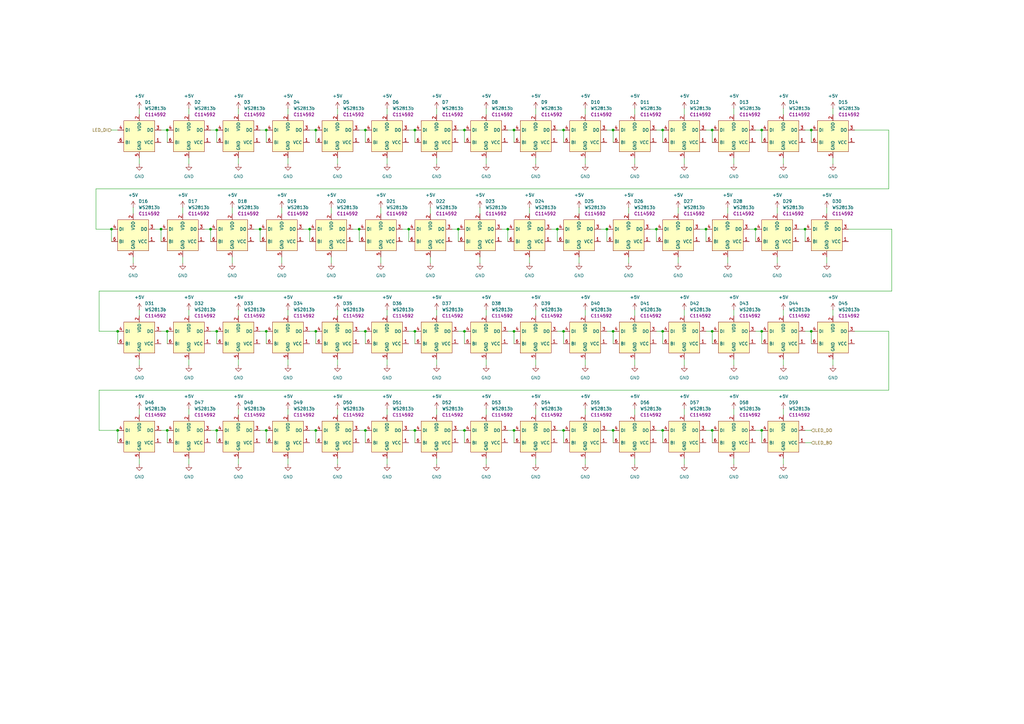
<source format=kicad_sch>
(kicad_sch (version 20231120) (generator "eeschema") (generator_version "8.0")
  (paper "A3")
  (junction (at 109.22 176.53))
  (junction (at 210.82 53.34))
  (junction (at 187.96 93.98))
  (junction (at 149.86 53.34))
  (junction (at 289.56 93.98))
  (junction (at 147.32 93.98))
  (junction (at 332.74 53.34))
  (junction (at 88.9 135.89))
  (junction (at 88.9 176.53))
  (junction (at 269.24 93.98))
  (junction (at 292.1 135.89))
  (junction (at 231.14 176.53))
  (junction (at 312.42 135.89))
  (junction (at 228.6 93.98))
  (junction (at 86.36 93.98))
  (junction (at 330.2 93.98))
  (junction (at 271.78 53.34))
  (junction (at 129.54 53.34))
  (junction (at 210.82 135.89))
  (junction (at 251.46 176.53))
  (junction (at 170.18 135.89))
  (junction (at 292.1 176.53))
  (junction (at 190.5 53.34))
  (junction (at 48.26 176.53))
  (junction (at 109.22 135.89))
  (junction (at 48.26 135.89))
  (junction (at 170.18 176.53))
  (junction (at 271.78 176.53))
  (junction (at 231.14 135.89))
  (junction (at 312.42 53.34))
  (junction (at 231.14 53.34))
  (junction (at 271.78 135.89))
  (junction (at 170.18 53.34))
  (junction (at 68.58 53.34))
  (junction (at 68.58 176.53))
  (junction (at 88.9 53.34))
  (junction (at 129.54 135.89))
  (junction (at 149.86 135.89))
  (junction (at 292.1 53.34))
  (junction (at 251.46 135.89))
  (junction (at 127 93.98))
  (junction (at 312.42 176.53))
  (junction (at 45.72 93.98))
  (junction (at 208.28 93.98))
  (junction (at 167.64 93.98))
  (junction (at 332.74 135.89))
  (junction (at 109.22 53.34))
  (junction (at 129.54 176.53))
  (junction (at 309.88 93.98))
  (junction (at 210.82 176.53))
  (junction (at 149.86 176.53))
  (junction (at 106.68 93.98))
  (junction (at 251.46 53.34))
  (junction (at 68.58 135.89))
  (junction (at 248.92 93.98))
  (junction (at 66.04 93.98))
  (junction (at 190.5 135.89))
  (junction (at 190.5 176.53))
  (wire (pts (xy 219.71 64.77) (xy 219.71 67.31)))
  (wire (pts (xy 271.78 53.34) (xy 269.24 53.34)))
  (wire (pts (xy 45.72 53.34) (xy 48.26 53.34)))
  (wire (pts (xy 292.1 135.89) (xy 289.56 135.89)))
  (wire (pts (xy 318.77 85.09) (xy 318.77 87.63)))
  (wire (pts (xy 248.92 93.98) (xy 248.92 99.06)))
  (wire (pts (xy 179.07 127) (xy 179.07 129.54)))
  (wire (pts (xy 280.67 147.32) (xy 280.67 149.86)))
  (wire (pts (xy 170.18 135.89) (xy 167.64 135.89)))
  (wire (pts (xy 251.46 176.53) (xy 248.92 176.53)))
  (wire (pts (xy 97.79 44.45) (xy 97.79 46.99)))
  (wire (pts (xy 321.31 187.96) (xy 321.31 190.5)))
  (wire (pts (xy 208.28 93.98) (xy 205.74 93.98)))
  (wire (pts (xy 312.42 135.89) (xy 312.42 140.97)))
  (wire (pts (xy 298.45 85.09) (xy 298.45 87.63)))
  (wire (pts (xy 97.79 64.77) (xy 97.79 67.31)))
  (wire (pts (xy 251.46 53.34) (xy 248.92 53.34)))
  (wire (pts (xy 330.2 93.98) (xy 327.66 93.98)))
  (wire (pts (xy 118.11 167.64) (xy 118.11 170.18)))
  (wire (pts (xy 57.15 64.77) (xy 57.15 67.31)))
  (wire (pts (xy 74.93 105.41) (xy 74.93 107.95)))
  (wire (pts (xy 66.04 93.98) (xy 63.5 93.98)))
  (wire (pts (xy 219.71 44.45) (xy 219.71 46.99)))
  (wire (pts (xy 300.99 187.96) (xy 300.99 190.5)))
  (wire (pts (xy 190.5 135.89) (xy 190.5 140.97)))
  (wire (pts (xy 74.93 85.09) (xy 74.93 87.63)))
  (wire (pts (xy 40.64 135.89) (xy 48.26 135.89)))
  (wire (pts (xy 312.42 53.34) (xy 312.42 58.42)))
  (wire (pts (xy 88.9 135.89) (xy 88.9 140.97)))
  (wire (pts (xy 199.39 64.77) (xy 199.39 67.31)))
  (wire (pts (xy 77.47 167.64) (xy 77.47 170.18)))
  (wire (pts (xy 88.9 176.53) (xy 86.36 176.53)))
  (wire (pts (xy 269.24 93.98) (xy 266.7 93.98)))
  (wire (pts (xy 260.35 147.32) (xy 260.35 149.86)))
  (wire (pts (xy 39.37 77.47) (xy 39.37 93.98)))
  (wire (pts (xy 289.56 93.98) (xy 289.56 99.06)))
  (wire (pts (xy 57.15 187.96) (xy 57.15 190.5)))
  (wire (pts (xy 88.9 53.34) (xy 88.9 58.42)))
  (wire (pts (xy 86.36 93.98) (xy 83.82 93.98)))
  (wire (pts (xy 187.96 99.06) (xy 187.96 93.98)))
  (wire (pts (xy 138.43 64.77) (xy 138.43 67.31)))
  (wire (pts (xy 280.67 187.96) (xy 280.67 190.5)))
  (wire (pts (xy 210.82 176.53) (xy 208.28 176.53)))
  (wire (pts (xy 40.64 160.02) (xy 40.64 176.53)))
  (wire (pts (xy 97.79 147.32) (xy 97.79 149.86)))
  (wire (pts (xy 109.22 135.89) (xy 106.68 135.89)))
  (wire (pts (xy 57.15 44.45) (xy 57.15 46.99)))
  (wire (pts (xy 45.72 93.98) (xy 45.72 99.06)))
  (wire (pts (xy 292.1 53.34) (xy 292.1 58.42)))
  (wire (pts (xy 167.64 93.98) (xy 167.64 99.06)))
  (wire (pts (xy 109.22 135.89) (xy 109.22 140.97)))
  (wire (pts (xy 170.18 176.53) (xy 167.64 176.53)))
  (wire (pts (xy 240.03 44.45) (xy 240.03 46.99)))
  (wire (pts (xy 364.49 160.02) (xy 40.64 160.02)))
  (wire (pts (xy 158.75 44.45) (xy 158.75 46.99)))
  (wire (pts (xy 208.28 93.98) (xy 208.28 99.06)))
  (wire (pts (xy 280.67 127) (xy 280.67 129.54)))
  (wire (pts (xy 341.63 44.45) (xy 341.63 46.99)))
  (wire (pts (xy 330.2 93.98) (xy 330.2 99.06)))
  (wire (pts (xy 309.88 93.98) (xy 307.34 93.98)))
  (wire (pts (xy 339.09 105.41) (xy 339.09 107.95)))
  (wire (pts (xy 149.86 135.89) (xy 149.86 140.97)))
  (wire (pts (xy 332.74 176.53) (xy 330.2 176.53)))
  (wire (pts (xy 332.74 181.61) (xy 330.2 181.61)))
  (wire (pts (xy 190.5 135.89) (xy 187.96 135.89)))
  (wire (pts (xy 199.39 147.32) (xy 199.39 149.86)))
  (wire (pts (xy 321.31 167.64) (xy 321.31 170.18)))
  (wire (pts (xy 240.03 64.77) (xy 240.03 67.31)))
  (wire (pts (xy 260.35 44.45) (xy 260.35 46.99)))
  (wire (pts (xy 292.1 176.53) (xy 292.1 181.61)))
  (wire (pts (xy 66.04 93.98) (xy 66.04 99.06)))
  (wire (pts (xy 321.31 44.45) (xy 321.31 46.99)))
  (wire (pts (xy 158.75 187.96) (xy 158.75 190.5)))
  (wire (pts (xy 210.82 135.89) (xy 208.28 135.89)))
  (wire (pts (xy 228.6 93.98) (xy 226.06 93.98)))
  (wire (pts (xy 271.78 135.89) (xy 271.78 140.97)))
  (wire (pts (xy 147.32 93.98) (xy 144.78 93.98)))
  (wire (pts (xy 350.52 135.89) (xy 364.49 135.89)))
  (wire (pts (xy 260.35 64.77) (xy 260.35 67.31)))
  (wire (pts (xy 118.11 44.45) (xy 118.11 46.99)))
  (wire (pts (xy 77.47 187.96) (xy 77.47 190.5)))
  (wire (pts (xy 199.39 127) (xy 199.39 129.54)))
  (wire (pts (xy 312.42 135.89) (xy 309.88 135.89)))
  (wire (pts (xy 176.53 105.41) (xy 176.53 107.95)))
  (wire (pts (xy 321.31 127) (xy 321.31 129.54)))
  (wire (pts (xy 332.74 135.89) (xy 332.74 140.97)))
  (wire (pts (xy 271.78 176.53) (xy 271.78 181.61)))
  (wire (pts (xy 364.49 53.34) (xy 364.49 77.47)))
  (wire (pts (xy 321.31 147.32) (xy 321.31 149.86)))
  (wire (pts (xy 248.92 93.98) (xy 246.38 93.98)))
  (wire (pts (xy 300.99 64.77) (xy 300.99 67.31)))
  (wire (pts (xy 190.5 176.53) (xy 187.96 176.53)))
  (wire (pts (xy 54.61 105.41) (xy 54.61 107.95)))
  (wire (pts (xy 332.74 53.34) (xy 330.2 53.34)))
  (wire (pts (xy 179.07 64.77) (xy 179.07 67.31)))
  (wire (pts (xy 240.03 187.96) (xy 240.03 190.5)))
  (wire (pts (xy 88.9 53.34) (xy 86.36 53.34)))
  (wire (pts (xy 312.42 176.53) (xy 309.88 176.53)))
  (wire (pts (xy 149.86 53.34) (xy 149.86 58.42)))
  (wire (pts (xy 237.49 105.41) (xy 237.49 107.95)))
  (wire (pts (xy 309.88 93.98) (xy 309.88 99.06)))
  (wire (pts (xy 179.07 147.32) (xy 179.07 149.86)))
  (wire (pts (xy 231.14 176.53) (xy 231.14 181.61)))
  (wire (pts (xy 231.14 135.89) (xy 228.6 135.89)))
  (wire (pts (xy 158.75 127) (xy 158.75 129.54)))
  (wire (pts (xy 167.64 93.98) (xy 165.1 93.98)))
  (wire (pts (xy 300.99 167.64) (xy 300.99 170.18)))
  (wire (pts (xy 77.47 64.77) (xy 77.47 67.31)))
  (wire (pts (xy 251.46 135.89) (xy 251.46 140.97)))
  (wire (pts (xy 138.43 127) (xy 138.43 129.54)))
  (wire (pts (xy 271.78 53.34) (xy 271.78 58.42)))
  (wire (pts (xy 138.43 167.64) (xy 138.43 170.18)))
  (wire (pts (xy 271.78 176.53) (xy 269.24 176.53)))
  (wire (pts (xy 109.22 53.34) (xy 106.68 53.34)))
  (wire (pts (xy 118.11 127) (xy 118.11 129.54)))
  (wire (pts (xy 364.49 135.89) (xy 364.49 160.02)))
  (wire (pts (xy 300.99 147.32) (xy 300.99 149.86)))
  (wire (pts (xy 129.54 135.89) (xy 127 135.89)))
  (wire (pts (xy 68.58 135.89) (xy 68.58 140.97)))
  (wire (pts (xy 149.86 53.34) (xy 147.32 53.34)))
  (wire (pts (xy 269.24 93.98) (xy 269.24 99.06)))
  (wire (pts (xy 68.58 176.53) (xy 66.04 176.53)))
  (wire (pts (xy 57.15 127) (xy 57.15 129.54)))
  (wire (pts (xy 300.99 127) (xy 300.99 129.54)))
  (wire (pts (xy 158.75 147.32) (xy 158.75 149.86)))
  (wire (pts (xy 231.14 53.34) (xy 228.6 53.34)))
  (wire (pts (xy 365.76 119.38) (xy 40.64 119.38)))
  (wire (pts (xy 347.98 93.98) (xy 365.76 93.98)))
  (wire (pts (xy 332.74 135.89) (xy 330.2 135.89)))
  (wire (pts (xy 341.63 147.32) (xy 341.63 149.86)))
  (wire (pts (xy 147.32 93.98) (xy 147.32 99.06)))
  (wire (pts (xy 199.39 187.96) (xy 199.39 190.5)))
  (wire (pts (xy 231.14 176.53) (xy 228.6 176.53)))
  (wire (pts (xy 292.1 176.53) (xy 289.56 176.53)))
  (wire (pts (xy 210.82 53.34) (xy 208.28 53.34)))
  (wire (pts (xy 365.76 93.98) (xy 365.76 119.38)))
  (wire (pts (xy 158.75 167.64) (xy 158.75 170.18)))
  (wire (pts (xy 170.18 135.89) (xy 170.18 140.97)))
  (wire (pts (xy 240.03 127) (xy 240.03 129.54)))
  (wire (pts (xy 77.47 44.45) (xy 77.47 46.99)))
  (wire (pts (xy 350.52 53.34) (xy 364.49 53.34)))
  (wire (pts (xy 321.31 64.77) (xy 321.31 67.31)))
  (wire (pts (xy 109.22 176.53) (xy 109.22 181.61)))
  (wire (pts (xy 280.67 167.64) (xy 280.67 170.18)))
  (wire (pts (xy 57.15 147.32) (xy 57.15 149.86)))
  (wire (pts (xy 68.58 135.89) (xy 66.04 135.89)))
  (wire (pts (xy 115.57 105.41) (xy 115.57 107.95)))
  (wire (pts (xy 77.47 127) (xy 77.47 129.54)))
  (wire (pts (xy 118.11 147.32) (xy 118.11 149.86)))
  (wire (pts (xy 260.35 127) (xy 260.35 129.54)))
  (wire (pts (xy 271.78 135.89) (xy 269.24 135.89)))
  (wire (pts (xy 251.46 53.34) (xy 251.46 58.42)))
  (wire (pts (xy 219.71 147.32) (xy 219.71 149.86)))
  (wire (pts (xy 190.5 53.34) (xy 187.96 53.34)))
  (wire (pts (xy 129.54 53.34) (xy 129.54 58.42)))
  (wire (pts (xy 129.54 176.53) (xy 129.54 181.61)))
  (wire (pts (xy 341.63 64.77) (xy 341.63 67.31)))
  (wire (pts (xy 40.64 176.53) (xy 48.26 176.53)))
  (wire (pts (xy 97.79 167.64) (xy 97.79 170.18)))
  (wire (pts (xy 88.9 176.53) (xy 88.9 181.61)))
  (wire (pts (xy 127 93.98) (xy 124.46 93.98)))
  (wire (pts (xy 129.54 176.53) (xy 127 176.53)))
  (wire (pts (xy 300.99 44.45) (xy 300.99 46.99)))
  (wire (pts (xy 170.18 53.34) (xy 170.18 58.42)))
  (wire (pts (xy 97.79 187.96) (xy 97.79 190.5)))
  (wire (pts (xy 318.77 105.41) (xy 318.77 107.95)))
  (wire (pts (xy 40.64 119.38) (xy 40.64 135.89)))
  (wire (pts (xy 149.86 176.53) (xy 149.86 181.61)))
  (wire (pts (xy 109.22 53.34) (xy 109.22 58.42)))
  (wire (pts (xy 219.71 127) (xy 219.71 129.54)))
  (wire (pts (xy 48.26 176.53) (xy 48.26 181.61)))
  (wire (pts (xy 176.53 85.09) (xy 176.53 87.63)))
  (wire (pts (xy 95.25 85.09) (xy 95.25 87.63)))
  (wire (pts (xy 156.21 85.09) (xy 156.21 87.63)))
  (wire (pts (xy 210.82 176.53) (xy 210.82 181.61)))
  (wire (pts (xy 179.07 167.64) (xy 179.07 170.18)))
  (wire (pts (xy 251.46 135.89) (xy 248.92 135.89)))
  (wire (pts (xy 118.11 187.96) (xy 118.11 190.5)))
  (wire (pts (xy 138.43 187.96) (xy 138.43 190.5)))
  (wire (pts (xy 158.75 64.77) (xy 158.75 67.31)))
  (wire (pts (xy 179.07 44.45) (xy 179.07 46.99)))
  (wire (pts (xy 109.22 176.53) (xy 106.68 176.53)))
  (wire (pts (xy 217.17 85.09) (xy 217.17 87.63)))
  (wire (pts (xy 199.39 167.64) (xy 199.39 170.18)))
  (wire (pts (xy 149.86 135.89) (xy 147.32 135.89)))
  (wire (pts (xy 54.61 85.09) (xy 54.61 87.63)))
  (wire (pts (xy 129.54 135.89) (xy 129.54 140.97)))
  (wire (pts (xy 138.43 44.45) (xy 138.43 46.99)))
  (wire (pts (xy 280.67 64.77) (xy 280.67 67.31)))
  (wire (pts (xy 257.81 85.09) (xy 257.81 87.63)))
  (wire (pts (xy 240.03 147.32) (xy 240.03 149.86)))
  (wire (pts (xy 68.58 53.34) (xy 66.04 53.34)))
  (wire (pts (xy 332.74 53.34) (xy 332.74 58.42)))
  (wire (pts (xy 156.21 105.41) (xy 156.21 107.95)))
  (wire (pts (xy 280.67 44.45) (xy 280.67 46.99)))
  (wire (pts (xy 292.1 53.34) (xy 289.56 53.34)))
  (wire (pts (xy 278.13 85.09) (xy 278.13 87.63)))
  (wire (pts (xy 219.71 187.96) (xy 219.71 190.5)))
  (wire (pts (xy 196.85 105.41) (xy 196.85 107.95)))
  (wire (pts (xy 135.89 85.09) (xy 135.89 87.63)))
  (wire (pts (xy 196.85 85.09) (xy 196.85 87.63)))
  (wire (pts (xy 127 93.98) (xy 127 99.06)))
  (wire (pts (xy 129.54 53.34) (xy 127 53.34)))
  (wire (pts (xy 48.26 135.89) (xy 48.26 140.97)))
  (wire (pts (xy 219.71 167.64) (xy 219.71 170.18)))
  (wire (pts (xy 106.68 93.98) (xy 104.14 93.98)))
  (wire (pts (xy 228.6 93.98) (xy 228.6 99.06)))
  (wire (pts (xy 68.58 176.53) (xy 68.58 181.61)))
  (wire (pts (xy 210.82 53.34) (xy 210.82 58.42)))
  (wire (pts (xy 339.09 85.09) (xy 339.09 87.63)))
  (wire (pts (xy 298.45 105.41) (xy 298.45 107.95)))
  (wire (pts (xy 260.35 167.64) (xy 260.35 170.18)))
  (wire (pts (xy 149.86 176.53) (xy 147.32 176.53)))
  (wire (pts (xy 97.79 127) (xy 97.79 129.54)))
  (wire (pts (xy 199.39 44.45) (xy 199.39 46.99)))
  (wire (pts (xy 237.49 85.09) (xy 237.49 87.63)))
  (wire (pts (xy 57.15 167.64) (xy 57.15 170.18)))
  (wire (pts (xy 231.14 53.34) (xy 231.14 58.42)))
  (wire (pts (xy 278.13 105.41) (xy 278.13 107.95)))
  (wire (pts (xy 312.42 53.34) (xy 309.88 53.34)))
  (wire (pts (xy 39.37 93.98) (xy 45.72 93.98)))
  (wire (pts (xy 292.1 135.89) (xy 292.1 140.97)))
  (wire (pts (xy 190.5 176.53) (xy 190.5 181.61)))
  (wire (pts (xy 289.56 93.98) (xy 287.02 93.98)))
  (wire (pts (xy 217.17 105.41) (xy 217.17 107.95)))
  (wire (pts (xy 86.36 93.98) (xy 86.36 99.06)))
  (wire (pts (xy 68.58 53.34) (xy 68.58 58.42)))
  (wire (pts (xy 77.47 147.32) (xy 77.47 149.86)))
  (wire (pts (xy 190.5 53.34) (xy 190.5 58.42)))
  (wire (pts (xy 364.49 77.47) (xy 39.37 77.47)))
  (wire (pts (xy 170.18 53.34) (xy 167.64 53.34)))
  (wire (pts (xy 231.14 135.89) (xy 231.14 140.97)))
  (wire (pts (xy 88.9 135.89) (xy 86.36 135.89)))
  (wire (pts (xy 251.46 176.53) (xy 251.46 181.61)))
  (wire (pts (xy 118.11 64.77) (xy 118.11 67.31)))
  (wire (pts (xy 260.35 187.96) (xy 260.35 190.5)))
  (wire (pts (xy 170.18 176.53) (xy 170.18 181.61)))
  (wire (pts (xy 115.57 85.09) (xy 115.57 87.63)))
  (wire (pts (xy 185.42 93.98) (xy 187.96 93.98)))
  (wire (pts (xy 106.68 93.98) (xy 106.68 99.06)))
  (wire (pts (xy 210.82 135.89) (xy 210.82 140.97)))
  (wire (pts (xy 257.81 105.41) (xy 257.81 107.95)))
  (wire (pts (xy 341.63 127) (xy 341.63 129.54)))
  (wire (pts (xy 240.03 167.64) (xy 240.03 170.18)))
  (wire (pts (xy 138.43 147.32) (xy 138.43 149.86)))
  (wire (pts (xy 179.07 187.96) (xy 179.07 190.5)))
  (wire (pts (xy 312.42 176.53) (xy 312.42 181.61)))
  (wire (pts (xy 95.25 105.41) (xy 95.25 107.95)))
  (wire (pts (xy 135.89 105.41) (xy 135.89 107.95)))
  (hierarchical_label "LED_DI" (shape input) (at 45.72 53.34 180))
  (hierarchical_label "LED_DO" (shape input) (at 332.74 176.53 0))
  (hierarchical_label "LED_BO" (shape input) (at 332.74 181.61 0))
  (symbol (lib_id "power:+5V") (at 158.75 127 0) (unit 1)
    (property "Reference" "#PWR078" (effects (hide yes)))
    (property "Value" "+5V" (at 158.75 121.92 0))
    (property "Description" "Power symbol creates a global label with name \"+5V\"" (effects (hide yes)))
  )
  (symbol (lib_id "ProjectSymbols:WS2813B-5V") (at 158.75 138.43 0) (unit 1)
    (property "Reference" "D36" (at 160.9441 124.46 0) (effects (justify left)))
    (property "Value" "WS2813b" (at 160.9441 127 0) (effects (justify left)))
    (property "Footprint" "LED_SMD:LED_WS2812_PLCC6_5.0x5.0mm_P1.6mm" (effects (hide yes)))
    (property "Datasheet" "https://www.lcsc.com/datasheet/lcsc_datasheet_2412041609_Worldsemi-WS2813B-V5_C965558.pdf" (effects (hide yes)))
    (property "LCSC" "C114592" (at 160.9441 129.54 0) (effects (justify left)))
  )
  (symbol (lib_id "power:GND") (at 97.79 67.31 0) (unit 1)
    (property "Reference" "#PWR030" (effects (hide yes)))
    (property "Value" "GND" (at 97.79 72.39 0))
    (property "Description" "Power symbol creates a global label with name \"GND\" , ground" (effects (hide yes)))
  )
  (symbol (lib_id "power:GND") (at 298.45 107.95 0) (unit 1)
    (property "Reference" "#PWR070" (effects (hide yes)))
    (property "Value" "GND" (at 298.45 113.03 0))
    (property "Description" "Power symbol creates a global label with name \"GND\" , ground" (effects (hide yes)))
  )
  (symbol (lib_id "ProjectSymbols:WS2813B-5V") (at 318.77 96.52 0) (unit 1)
    (property "Reference" "D29" (at 320.9641 82.55 0) (effects (justify left)))
    (property "Value" "WS2813b" (at 320.9641 85.09 0) (effects (justify left)))
    (property "Footprint" "LED_SMD:LED_WS2812_PLCC6_5.0x5.0mm_P1.6mm" (effects (hide yes)))
    (property "Datasheet" "https://www.lcsc.com/datasheet/lcsc_datasheet_2412041609_Worldsemi-WS2813B-V5_C965558.pdf" (effects (hide yes)))
    (property "LCSC" "C114592" (at 320.9641 87.63 0) (effects (justify left)))
  )
  (symbol (lib_id "ProjectSymbols:WS2813B-5V") (at 260.35 138.43 0) (unit 1)
    (property "Reference" "D41" (at 262.5441 124.46 0) (effects (justify left)))
    (property "Value" "WS2813b" (at 262.5441 127 0) (effects (justify left)))
    (property "Footprint" "LED_SMD:LED_WS2812_PLCC6_5.0x5.0mm_P1.6mm" (effects (hide yes)))
    (property "Datasheet" "https://www.lcsc.com/datasheet/lcsc_datasheet_2412041609_Worldsemi-WS2813B-V5_C965558.pdf" (effects (hide yes)))
    (property "LCSC" "C114592" (at 262.5441 129.54 0) (effects (justify left)))
  )
  (symbol (lib_id "power:GND") (at 179.07 67.31 0) (unit 1)
    (property "Reference" "#PWR034" (effects (hide yes)))
    (property "Value" "GND" (at 179.07 72.39 0))
    (property "Description" "Power symbol creates a global label with name \"GND\" , ground" (effects (hide yes)))
  )
  (symbol (lib_id "power:+5V") (at 278.13 85.09 0) (unit 1)
    (property "Reference" "#PWR054" (effects (hide yes)))
    (property "Value" "+5V" (at 278.13 80.01 0))
    (property "Description" "Power symbol creates a global label with name \"+5V\"" (effects (hide yes)))
  )
  (symbol (lib_id "ProjectSymbols:WS2813B-5V") (at 118.11 138.43 0) (unit 1)
    (property "Reference" "D34" (at 120.3041 124.46 0) (effects (justify left)))
    (property "Value" "WS2813b" (at 120.3041 127 0) (effects (justify left)))
    (property "Footprint" "LED_SMD:LED_WS2812_PLCC6_5.0x5.0mm_P1.6mm" (effects (hide yes)))
    (property "Datasheet" "https://www.lcsc.com/datasheet/lcsc_datasheet_2412041609_Worldsemi-WS2813B-V5_C965558.pdf" (effects (hide yes)))
    (property "LCSC" "C114592" (at 120.3041 129.54 0) (effects (justify left)))
  )
  (symbol (lib_id "power:GND") (at 240.03 67.31 0) (unit 1)
    (property "Reference" "#PWR037" (effects (hide yes)))
    (property "Value" "GND" (at 240.03 72.39 0))
    (property "Description" "Power symbol creates a global label with name \"GND\" , ground" (effects (hide yes)))
  )
  (symbol (lib_id "ProjectSymbols:WS2813B-5V") (at 57.15 138.43 0) (unit 1)
    (property "Reference" "D31" (at 59.3441 124.46 0) (effects (justify left)))
    (property "Value" "WS2813b" (at 59.3441 127 0) (effects (justify left)))
    (property "Footprint" "LED_SMD:LED_WS2812_PLCC6_5.0x5.0mm_P1.6mm" (effects (hide yes)))
    (property "Datasheet" "https://www.lcsc.com/datasheet/lcsc_datasheet_2412041609_Worldsemi-WS2813B-V5_C965558.pdf" (effects (hide yes)))
    (property "LCSC" "C114592" (at 59.3441 129.54 0) (effects (justify left)))
  )
  (symbol (lib_id "power:+5V") (at 158.75 167.64 0) (unit 1)
    (property "Reference" "#PWR0108" (effects (hide yes)))
    (property "Value" "+5V" (at 158.75 162.56 0))
    (property "Description" "Power symbol creates a global label with name \"+5V\"" (effects (hide yes)))
  )
  (symbol (lib_id "power:GND") (at 199.39 190.5 0) (unit 1)
    (property "Reference" "#PWR0124" (effects (hide yes)))
    (property "Value" "GND" (at 199.39 195.58 0))
    (property "Description" "Power symbol creates a global label with name \"GND\" , ground" (effects (hide yes)))
  )
  (symbol (lib_id "power:+5V") (at 97.79 167.64 0) (unit 1)
    (property "Reference" "#PWR0105" (effects (hide yes)))
    (property "Value" "+5V" (at 97.79 162.56 0))
    (property "Description" "Power symbol creates a global label with name \"+5V\"" (effects (hide yes)))
  )
  (symbol (lib_id "power:+5V") (at 321.31 167.64 0) (unit 1)
    (property "Reference" "#PWR0116" (effects (hide yes)))
    (property "Value" "+5V" (at 321.31 162.56 0))
    (property "Description" "Power symbol creates a global label with name \"+5V\"" (effects (hide yes)))
  )
  (symbol (lib_id "ProjectSymbols:WS2813B-5V") (at 74.93 96.52 0) (unit 1)
    (property "Reference" "D17" (at 77.1241 82.55 0) (effects (justify left)))
    (property "Value" "WS2813b" (at 77.1241 85.09 0) (effects (justify left)))
    (property "Footprint" "LED_SMD:LED_WS2812_PLCC6_5.0x5.0mm_P1.6mm" (effects (hide yes)))
    (property "Datasheet" "https://www.lcsc.com/datasheet/lcsc_datasheet_2412041609_Worldsemi-WS2813B-V5_C965558.pdf" (effects (hide yes)))
    (property "LCSC" "C114592" (at 77.1241 87.63 0) (effects (justify left)))
  )
  (symbol (lib_id "ProjectSymbols:WS2813B-5V") (at 135.89 96.52 0) (unit 1)
    (property "Reference" "D20" (at 138.0841 82.55 0) (effects (justify left)))
    (property "Value" "WS2813b" (at 138.0841 85.09 0) (effects (justify left)))
    (property "Footprint" "LED_SMD:LED_WS2812_PLCC6_5.0x5.0mm_P1.6mm" (effects (hide yes)))
    (property "Datasheet" "https://www.lcsc.com/datasheet/lcsc_datasheet_2412041609_Worldsemi-WS2813B-V5_C965558.pdf" (effects (hide yes)))
    (property "LCSC" "C114592" (at 138.0841 87.63 0) (effects (justify left)))
  )
  (symbol (lib_id "power:+5V") (at 54.61 85.09 0) (unit 1)
    (property "Reference" "#PWR043" (effects (hide yes)))
    (property "Value" "+5V" (at 54.61 80.01 0))
    (property "Description" "Power symbol creates a global label with name \"+5V\"" (effects (hide yes)))
  )
  (symbol (lib_id "power:GND") (at 135.89 107.95 0) (unit 1)
    (property "Reference" "#PWR062" (effects (hide yes)))
    (property "Value" "GND" (at 135.89 113.03 0))
    (property "Description" "Power symbol creates a global label with name \"GND\" , ground" (effects (hide yes)))
  )
  (symbol (lib_id "power:+5V") (at 179.07 127 0) (unit 1)
    (property "Reference" "#PWR079" (effects (hide yes)))
    (property "Value" "+5V" (at 179.07 121.92 0))
    (property "Description" "Power symbol creates a global label with name \"+5V\"" (effects (hide yes)))
  )
  (symbol (lib_id "power:+5V") (at 240.03 127 0) (unit 1)
    (property "Reference" "#PWR082" (effects (hide yes)))
    (property "Value" "+5V" (at 240.03 121.92 0))
    (property "Description" "Power symbol creates a global label with name \"+5V\"" (effects (hide yes)))
  )
  (symbol (lib_id "power:GND") (at 321.31 149.86 0) (unit 1)
    (property "Reference" "#PWR0101" (effects (hide yes)))
    (property "Value" "GND" (at 321.31 154.94 0))
    (property "Description" "Power symbol creates a global label with name \"GND\" , ground" (effects (hide yes)))
  )
  (symbol (lib_id "ProjectSymbols:WS2813B-5V") (at 54.61 96.52 0) (unit 1)
    (property "Reference" "D16" (at 56.8041 82.55 0) (effects (justify left)))
    (property "Value" "WS2813b" (at 56.8041 85.09 0) (effects (justify left)))
    (property "Footprint" "LED_SMD:LED_WS2812_PLCC6_5.0x5.0mm_P1.6mm" (effects (hide yes)))
    (property "Datasheet" "https://www.lcsc.com/datasheet/lcsc_datasheet_2412041609_Worldsemi-WS2813B-V5_C965558.pdf" (effects (hide yes)))
    (property "LCSC" "C114592" (at 56.8041 87.63 0) (effects (justify left)))
  )
  (symbol (lib_id "power:GND") (at 260.35 190.5 0) (unit 1)
    (property "Reference" "#PWR0127" (effects (hide yes)))
    (property "Value" "GND" (at 260.35 195.58 0))
    (property "Description" "Power symbol creates a global label with name \"GND\" , ground" (effects (hide yes)))
  )
  (symbol (lib_id "power:+5V") (at 156.21 85.09 0) (unit 1)
    (property "Reference" "#PWR048" (effects (hide yes)))
    (property "Value" "+5V" (at 156.21 80.01 0))
    (property "Description" "Power symbol creates a global label with name \"+5V\"" (effects (hide yes)))
  )
  (symbol (lib_id "ProjectSymbols:WS2813B-5V") (at 77.47 179.07 0) (unit 1)
    (property "Reference" "D47" (at 79.6641 165.1 0) (effects (justify left)))
    (property "Value" "WS2813b" (at 79.6641 167.64 0) (effects (justify left)))
    (property "Footprint" "LED_SMD:LED_WS2812_PLCC6_5.0x5.0mm_P1.6mm" (effects (hide yes)))
    (property "Datasheet" "https://www.lcsc.com/datasheet/lcsc_datasheet_2412041609_Worldsemi-WS2813B-V5_C965558.pdf" (effects (hide yes)))
    (property "LCSC" "C114592" (at 79.6641 170.18 0) (effects (justify left)))
  )
  (symbol (lib_id "ProjectSymbols:WS2813B-5V") (at 339.09 96.52 0) (unit 1)
    (property "Reference" "D30" (at 341.2841 82.55 0) (effects (justify left)))
    (property "Value" "WS2813b" (at 341.2841 85.09 0) (effects (justify left)))
    (property "Footprint" "LED_SMD:LED_WS2812_PLCC6_5.0x5.0mm_P1.6mm" (effects (hide yes)))
    (property "Datasheet" "https://www.lcsc.com/datasheet/lcsc_datasheet_2412041609_Worldsemi-WS2813B-V5_C965558.pdf" (effects (hide yes)))
    (property "LCSC" "C114592" (at 341.2841 87.63 0) (effects (justify left)))
  )
  (symbol (lib_id "ProjectSymbols:WS2813B-5V") (at 179.07 55.88 0) (unit 1)
    (property "Reference" "D7" (at 181.2641 41.91 0) (effects (justify left)))
    (property "Value" "WS2813b" (at 181.2641 44.45 0) (effects (justify left)))
    (property "Footprint" "LED_SMD:LED_WS2812_PLCC6_5.0x5.0mm_P1.6mm" (effects (hide yes)))
    (property "Datasheet" "https://www.lcsc.com/datasheet/lcsc_datasheet_2412041609_Worldsemi-WS2813B-V5_C965558.pdf" (effects (hide yes)))
    (property "LCSC" "C114592" (at 181.2641 46.99 0) (effects (justify left)))
  )
  (symbol (lib_id "power:+5V") (at 199.39 127 0) (unit 1)
    (property "Reference" "#PWR080" (effects (hide yes)))
    (property "Value" "+5V" (at 199.39 121.92 0))
    (property "Description" "Power symbol creates a global label with name \"+5V\"" (effects (hide yes)))
  )
  (symbol (lib_id "power:GND") (at 118.11 67.31 0) (unit 1)
    (property "Reference" "#PWR031" (effects (hide yes)))
    (property "Value" "GND" (at 118.11 72.39 0))
    (property "Description" "Power symbol creates a global label with name \"GND\" , ground" (effects (hide yes)))
  )
  (symbol (lib_id "ProjectSymbols:WS2813B-5V") (at 138.43 138.43 0) (unit 1)
    (property "Reference" "D35" (at 140.6241 124.46 0) (effects (justify left)))
    (property "Value" "WS2813b" (at 140.6241 127 0) (effects (justify left)))
    (property "Footprint" "LED_SMD:LED_WS2812_PLCC6_5.0x5.0mm_P1.6mm" (effects (hide yes)))
    (property "Datasheet" "https://www.lcsc.com/datasheet/lcsc_datasheet_2412041609_Worldsemi-WS2813B-V5_C965558.pdf" (effects (hide yes)))
    (property "LCSC" "C114592" (at 140.6241 129.54 0) (effects (justify left)))
  )
  (symbol (lib_id "power:GND") (at 257.81 107.95 0) (unit 1)
    (property "Reference" "#PWR068" (effects (hide yes)))
    (property "Value" "GND" (at 257.81 113.03 0))
    (property "Description" "Power symbol creates a global label with name \"GND\" , ground" (effects (hide yes)))
  )
  (symbol (lib_id "power:GND") (at 341.63 149.86 0) (unit 1)
    (property "Reference" "#PWR0102" (effects (hide yes)))
    (property "Value" "GND" (at 341.63 154.94 0))
    (property "Description" "Power symbol creates a global label with name \"GND\" , ground" (effects (hide yes)))
  )
  (symbol (lib_id "power:GND") (at 240.03 190.5 0) (unit 1)
    (property "Reference" "#PWR0126" (effects (hide yes)))
    (property "Value" "GND" (at 240.03 195.58 0))
    (property "Description" "Power symbol creates a global label with name \"GND\" , ground" (effects (hide yes)))
  )
  (symbol (lib_id "ProjectSymbols:WS2813B-5V") (at 118.11 55.88 0) (unit 1)
    (property "Reference" "D4" (at 120.3041 41.91 0) (effects (justify left)))
    (property "Value" "WS2813b" (at 120.3041 44.45 0) (effects (justify left)))
    (property "Footprint" "LED_SMD:LED_WS2812_PLCC6_5.0x5.0mm_P1.6mm" (effects (hide yes)))
    (property "Datasheet" "https://www.lcsc.com/datasheet/lcsc_datasheet_2412041609_Worldsemi-WS2813B-V5_C965558.pdf" (effects (hide yes)))
    (property "LCSC" "C114592" (at 120.3041 46.99 0) (effects (justify left)))
  )
  (symbol (lib_id "power:GND") (at 219.71 190.5 0) (unit 1)
    (property "Reference" "#PWR0125" (effects (hide yes)))
    (property "Value" "GND" (at 219.71 195.58 0))
    (property "Description" "Power symbol creates a global label with name \"GND\" , ground" (effects (hide yes)))
  )
  (symbol (lib_id "power:+5V") (at 298.45 85.09 0) (unit 1)
    (property "Reference" "#PWR055" (effects (hide yes)))
    (property "Value" "+5V" (at 298.45 80.01 0))
    (property "Description" "Power symbol creates a global label with name \"+5V\"" (effects (hide yes)))
  )
  (symbol (lib_id "power:+5V") (at 219.71 167.64 0) (unit 1)
    (property "Reference" "#PWR0111" (effects (hide yes)))
    (property "Value" "+5V" (at 219.71 162.56 0))
    (property "Description" "Power symbol creates a global label with name \"+5V\"" (effects (hide yes)))
  )
  (symbol (lib_id "power:+5V") (at 115.57 85.09 0) (unit 1)
    (property "Reference" "#PWR046" (effects (hide yes)))
    (property "Value" "+5V" (at 115.57 80.01 0))
    (property "Description" "Power symbol creates a global label with name \"+5V\"" (effects (hide yes)))
  )
  (symbol (lib_id "ProjectSymbols:WS2813B-5V") (at 97.79 179.07 0) (unit 1)
    (property "Reference" "D48" (at 99.9841 165.1 0) (effects (justify left)))
    (property "Value" "WS2813b" (at 99.9841 167.64 0) (effects (justify left)))
    (property "Footprint" "LED_SMD:LED_WS2812_PLCC6_5.0x5.0mm_P1.6mm" (effects (hide yes)))
    (property "Datasheet" "https://www.lcsc.com/datasheet/lcsc_datasheet_2412041609_Worldsemi-WS2813B-V5_C965558.pdf" (effects (hide yes)))
    (property "LCSC" "C114592" (at 99.9841 170.18 0) (effects (justify left)))
  )
  (symbol (lib_id "power:GND") (at 237.49 107.95 0) (unit 1)
    (property "Reference" "#PWR067" (effects (hide yes)))
    (property "Value" "GND" (at 237.49 113.03 0))
    (property "Description" "Power symbol creates a global label with name \"GND\" , ground" (effects (hide yes)))
  )
  (symbol (lib_id "ProjectSymbols:WS2813B-5V") (at 298.45 96.52 0) (unit 1)
    (property "Reference" "D28" (at 300.6441 82.55 0) (effects (justify left)))
    (property "Value" "WS2813b" (at 300.6441 85.09 0) (effects (justify left)))
    (property "Footprint" "LED_SMD:LED_WS2812_PLCC6_5.0x5.0mm_P1.6mm" (effects (hide yes)))
    (property "Datasheet" "https://www.lcsc.com/datasheet/lcsc_datasheet_2412041609_Worldsemi-WS2813B-V5_C965558.pdf" (effects (hide yes)))
    (property "LCSC" "C114592" (at 300.6441 87.63 0) (effects (justify left)))
  )
  (symbol (lib_id "ProjectSymbols:WS2813B-5V") (at 95.25 96.52 0) (unit 1)
    (property "Reference" "D18" (at 97.4441 82.55 0) (effects (justify left)))
    (property "Value" "WS2813b" (at 97.4441 85.09 0) (effects (justify left)))
    (property "Footprint" "LED_SMD:LED_WS2812_PLCC6_5.0x5.0mm_P1.6mm" (effects (hide yes)))
    (property "Datasheet" "https://www.lcsc.com/datasheet/lcsc_datasheet_2412041609_Worldsemi-WS2813B-V5_C965558.pdf" (effects (hide yes)))
    (property "LCSC" "C114592" (at 97.4441 87.63 0) (effects (justify left)))
  )
  (symbol (lib_id "ProjectSymbols:WS2813B-5V") (at 179.07 179.07 0) (unit 1)
    (property "Reference" "D52" (at 181.2641 165.1 0) (effects (justify left)))
    (property "Value" "WS2813b" (at 181.2641 167.64 0) (effects (justify left)))
    (property "Footprint" "LED_SMD:LED_WS2812_PLCC6_5.0x5.0mm_P1.6mm" (effects (hide yes)))
    (property "Datasheet" "https://www.lcsc.com/datasheet/lcsc_datasheet_2412041609_Worldsemi-WS2813B-V5_C965558.pdf" (effects (hide yes)))
    (property "LCSC" "C114592" (at 181.2641 170.18 0) (effects (justify left)))
  )
  (symbol (lib_id "power:GND") (at 118.11 149.86 0) (unit 1)
    (property "Reference" "#PWR091" (effects (hide yes)))
    (property "Value" "GND" (at 118.11 154.94 0))
    (property "Description" "Power symbol creates a global label with name \"GND\" , ground" (effects (hide yes)))
  )
  (symbol (lib_id "power:GND") (at 77.47 190.5 0) (unit 1)
    (property "Reference" "#PWR0118" (effects (hide yes)))
    (property "Value" "GND" (at 77.47 195.58 0))
    (property "Description" "Power symbol creates a global label with name \"GND\" , ground" (effects (hide yes)))
  )
  (symbol (lib_id "power:+5V") (at 339.09 85.09 0) (unit 1)
    (property "Reference" "#PWR057" (effects (hide yes)))
    (property "Value" "+5V" (at 339.09 80.01 0))
    (property "Description" "Power symbol creates a global label with name \"+5V\"" (effects (hide yes)))
  )
  (symbol (lib_id "power:+5V") (at 321.31 44.45 0) (unit 1)
    (property "Reference" "#PWR026" (effects (hide yes)))
    (property "Value" "+5V" (at 321.31 39.37 0))
    (property "Description" "Power symbol creates a global label with name \"+5V\"" (effects (hide yes)))
  )
  (symbol (lib_id "power:GND") (at 321.31 190.5 0) (unit 1)
    (property "Reference" "#PWR0130" (effects (hide yes)))
    (property "Value" "GND" (at 321.31 195.58 0))
    (property "Description" "Power symbol creates a global label with name \"GND\" , ground" (effects (hide yes)))
  )
  (symbol (lib_id "power:+5V") (at 240.03 167.64 0) (unit 1)
    (property "Reference" "#PWR0112" (effects (hide yes)))
    (property "Value" "+5V" (at 240.03 162.56 0))
    (property "Description" "Power symbol creates a global label with name \"+5V\"" (effects (hide yes)))
  )
  (symbol (lib_id "power:GND") (at 260.35 149.86 0) (unit 1)
    (property "Reference" "#PWR098" (effects (hide yes)))
    (property "Value" "GND" (at 260.35 154.94 0))
    (property "Description" "Power symbol creates a global label with name \"GND\" , ground" (effects (hide yes)))
  )
  (symbol (lib_id "power:GND") (at 318.77 107.95 0) (unit 1)
    (property "Reference" "#PWR071" (effects (hide yes)))
    (property "Value" "GND" (at 318.77 113.03 0))
    (property "Description" "Power symbol creates a global label with name \"GND\" , ground" (effects (hide yes)))
  )
  (symbol (lib_id "ProjectSymbols:WS2813B-5V") (at 176.53 96.52 0) (unit 1)
    (property "Reference" "D22" (at 178.7241 82.55 0) (effects (justify left)))
    (property "Value" "WS2813b" (at 178.7241 85.09 0) (effects (justify left)))
    (property "Footprint" "LED_SMD:LED_WS2812_PLCC6_5.0x5.0mm_P1.6mm" (effects (hide yes)))
    (property "Datasheet" "https://www.lcsc.com/datasheet/lcsc_datasheet_2412041609_Worldsemi-WS2813B-V5_C965558.pdf" (effects (hide yes)))
    (property "LCSC" "C114592" (at 178.7241 87.63 0) (effects (justify left)))
  )
  (symbol (lib_id "power:+5V") (at 179.07 167.64 0) (unit 1)
    (property "Reference" "#PWR0109" (effects (hide yes)))
    (property "Value" "+5V" (at 179.07 162.56 0))
    (property "Description" "Power symbol creates a global label with name \"+5V\"" (effects (hide yes)))
  )
  (symbol (lib_id "power:GND") (at 219.71 67.31 0) (unit 1)
    (property "Reference" "#PWR036" (effects (hide yes)))
    (property "Value" "GND" (at 219.71 72.39 0))
    (property "Description" "Power symbol creates a global label with name \"GND\" , ground" (effects (hide yes)))
  )
  (symbol (lib_id "ProjectSymbols:WS2813B-5V") (at 341.63 55.88 0) (unit 1)
    (property "Reference" "D15" (at 343.8241 41.91 0) (effects (justify left)))
    (property "Value" "WS2813b" (at 343.8241 44.45 0) (effects (justify left)))
    (property "Footprint" "LED_SMD:LED_WS2812_PLCC6_5.0x5.0mm_P1.6mm" (effects (hide yes)))
    (property "Datasheet" "https://www.lcsc.com/datasheet/lcsc_datasheet_2412041609_Worldsemi-WS2813B-V5_C965558.pdf" (effects (hide yes)))
    (property "LCSC" "C114592" (at 343.8241 46.99 0) (effects (justify left)))
  )
  (symbol (lib_id "power:+5V") (at 158.75 44.45 0) (unit 1)
    (property "Reference" "#PWR018" (effects (hide yes)))
    (property "Value" "+5V" (at 158.75 39.37 0))
    (property "Description" "Power symbol creates a global label with name \"+5V\"" (effects (hide yes)))
  )
  (symbol (lib_id "power:+5V") (at 300.99 127 0) (unit 1)
    (property "Reference" "#PWR085" (effects (hide yes)))
    (property "Value" "+5V" (at 300.99 121.92 0))
    (property "Description" "Power symbol creates a global label with name \"+5V\"" (effects (hide yes)))
  )
  (symbol (lib_id "power:+5V") (at 217.17 85.09 0) (unit 1)
    (property "Reference" "#PWR051" (effects (hide yes)))
    (property "Value" "+5V" (at 217.17 80.01 0))
    (property "Description" "Power symbol creates a global label with name \"+5V\"" (effects (hide yes)))
  )
  (symbol (lib_id "ProjectSymbols:WS2813B-5V") (at 57.15 179.07 0) (unit 1)
    (property "Reference" "D46" (at 59.3441 165.1 0) (effects (justify left)))
    (property "Value" "WS2813b" (at 59.3441 167.64 0) (effects (justify left)))
    (property "Footprint" "LED_SMD:LED_WS2812_PLCC6_5.0x5.0mm_P1.6mm" (effects (hide yes)))
    (property "Datasheet" "https://www.lcsc.com/datasheet/lcsc_datasheet_2412041609_Worldsemi-WS2813B-V5_C965558.pdf" (effects (hide yes)))
    (property "LCSC" "C114592" (at 59.3441 170.18 0) (effects (justify left)))
  )
  (symbol (lib_id "power:+5V") (at 176.53 85.09 0) (unit 1)
    (property "Reference" "#PWR049" (effects (hide yes)))
    (property "Value" "+5V" (at 176.53 80.01 0))
    (property "Description" "Power symbol creates a global label with name \"+5V\"" (effects (hide yes)))
  )
  (symbol (lib_id "power:+5V") (at 341.63 44.45 0) (unit 1)
    (property "Reference" "#PWR027" (effects (hide yes)))
    (property "Value" "+5V" (at 341.63 39.37 0))
    (property "Description" "Power symbol creates a global label with name \"+5V\"" (effects (hide yes)))
  )
  (symbol (lib_id "power:GND") (at 138.43 149.86 0) (unit 1)
    (property "Reference" "#PWR092" (effects (hide yes)))
    (property "Value" "GND" (at 138.43 154.94 0))
    (property "Description" "Power symbol creates a global label with name \"GND\" , ground" (effects (hide yes)))
  )
  (symbol (lib_id "power:+5V") (at 118.11 167.64 0) (unit 1)
    (property "Reference" "#PWR0106" (effects (hide yes)))
    (property "Value" "+5V" (at 118.11 162.56 0))
    (property "Description" "Power symbol creates a global label with name \"+5V\"" (effects (hide yes)))
  )
  (symbol (lib_id "power:GND") (at 280.67 149.86 0) (unit 1)
    (property "Reference" "#PWR099" (effects (hide yes)))
    (property "Value" "GND" (at 280.67 154.94 0))
    (property "Description" "Power symbol creates a global label with name \"GND\" , ground" (effects (hide yes)))
  )
  (symbol (lib_id "power:GND") (at 199.39 67.31 0) (unit 1)
    (property "Reference" "#PWR035" (effects (hide yes)))
    (property "Value" "GND" (at 199.39 72.39 0))
    (property "Description" "Power symbol creates a global label with name \"GND\" , ground" (effects (hide yes)))
  )
  (symbol (lib_id "ProjectSymbols:WS2813B-5V") (at 199.39 179.07 0) (unit 1)
    (property "Reference" "D53" (at 201.5841 165.1 0) (effects (justify left)))
    (property "Value" "WS2813b" (at 201.5841 167.64 0) (effects (justify left)))
    (property "Footprint" "LED_SMD:LED_WS2812_PLCC6_5.0x5.0mm_P1.6mm" (effects (hide yes)))
    (property "Datasheet" "https://www.lcsc.com/datasheet/lcsc_datasheet_2412041609_Worldsemi-WS2813B-V5_C965558.pdf" (effects (hide yes)))
    (property "LCSC" "C114592" (at 201.5841 170.18 0) (effects (justify left)))
  )
  (symbol (lib_id "ProjectSymbols:WS2813B-5V") (at 115.57 96.52 0) (unit 1)
    (property "Reference" "D19" (at 117.7641 82.55 0) (effects (justify left)))
    (property "Value" "WS2813b" (at 117.7641 85.09 0) (effects (justify left)))
    (property "Footprint" "LED_SMD:LED_WS2812_PLCC6_5.0x5.0mm_P1.6mm" (effects (hide yes)))
    (property "Datasheet" "https://www.lcsc.com/datasheet/lcsc_datasheet_2412041609_Worldsemi-WS2813B-V5_C965558.pdf" (effects (hide yes)))
    (property "LCSC" "C114592" (at 117.7641 87.63 0) (effects (justify left)))
  )
  (symbol (lib_id "power:GND") (at 300.99 67.31 0) (unit 1)
    (property "Reference" "#PWR040" (effects (hide yes)))
    (property "Value" "GND" (at 300.99 72.39 0))
    (property "Description" "Power symbol creates a global label with name \"GND\" , ground" (effects (hide yes)))
  )
  (symbol (lib_id "power:+5V") (at 280.67 127 0) (unit 1)
    (property "Reference" "#PWR084" (effects (hide yes)))
    (property "Value" "+5V" (at 280.67 121.92 0))
    (property "Description" "Power symbol creates a global label with name \"+5V\"" (effects (hide yes)))
  )
  (symbol (lib_id "ProjectSymbols:WS2813B-5V") (at 278.13 96.52 0) (unit 1)
    (property "Reference" "D27" (at 280.3241 82.55 0) (effects (justify left)))
    (property "Value" "WS2813b" (at 280.3241 85.09 0) (effects (justify left)))
    (property "Footprint" "LED_SMD:LED_WS2812_PLCC6_5.0x5.0mm_P1.6mm" (effects (hide yes)))
    (property "Datasheet" "https://www.lcsc.com/datasheet/lcsc_datasheet_2412041609_Worldsemi-WS2813B-V5_C965558.pdf" (effects (hide yes)))
    (property "LCSC" "C114592" (at 280.3241 87.63 0) (effects (justify left)))
  )
  (symbol (lib_id "power:+5V") (at 237.49 85.09 0) (unit 1)
    (property "Reference" "#PWR052" (effects (hide yes)))
    (property "Value" "+5V" (at 237.49 80.01 0))
    (property "Description" "Power symbol creates a global label with name \"+5V\"" (effects (hide yes)))
  )
  (symbol (lib_id "power:GND") (at 260.35 67.31 0) (unit 1)
    (property "Reference" "#PWR038" (effects (hide yes)))
    (property "Value" "GND" (at 260.35 72.39 0))
    (property "Description" "Power symbol creates a global label with name \"GND\" , ground" (effects (hide yes)))
  )
  (symbol (lib_id "power:GND") (at 300.99 190.5 0) (unit 1)
    (property "Reference" "#PWR0129" (effects (hide yes)))
    (property "Value" "GND" (at 300.99 195.58 0))
    (property "Description" "Power symbol creates a global label with name \"GND\" , ground" (effects (hide yes)))
  )
  (symbol (lib_id "ProjectSymbols:WS2813B-5V") (at 156.21 96.52 0) (unit 1)
    (property "Reference" "D21" (at 158.4041 82.55 0) (effects (justify left)))
    (property "Value" "WS2813b" (at 158.4041 85.09 0) (effects (justify left)))
    (property "Footprint" "LED_SMD:LED_WS2812_PLCC6_5.0x5.0mm_P1.6mm" (effects (hide yes)))
    (property "Datasheet" "https://www.lcsc.com/datasheet/lcsc_datasheet_2412041609_Worldsemi-WS2813B-V5_C965558.pdf" (effects (hide yes)))
    (property "LCSC" "C114592" (at 158.4041 87.63 0) (effects (justify left)))
  )
  (symbol (lib_id "power:GND") (at 57.15 67.31 0) (unit 1)
    (property "Reference" "#PWR028" (effects (hide yes)))
    (property "Value" "GND" (at 57.15 72.39 0))
    (property "Description" "Power symbol creates a global label with name \"GND\" , ground" (effects (hide yes)))
  )
  (symbol (lib_id "ProjectSymbols:WS2813B-5V") (at 199.39 138.43 0) (unit 1)
    (property "Reference" "D38" (at 201.5841 124.46 0) (effects (justify left)))
    (property "Value" "WS2813b" (at 201.5841 127 0) (effects (justify left)))
    (property "Footprint" "LED_SMD:LED_WS2812_PLCC6_5.0x5.0mm_P1.6mm" (effects (hide yes)))
    (property "Datasheet" "https://www.lcsc.com/datasheet/lcsc_datasheet_2412041609_Worldsemi-WS2813B-V5_C965558.pdf" (effects (hide yes)))
    (property "LCSC" "C114592" (at 201.5841 129.54 0) (effects (justify left)))
  )
  (symbol (lib_id "ProjectSymbols:WS2813B-5V") (at 199.39 55.88 0) (unit 1)
    (property "Reference" "D8" (at 201.5841 41.91 0) (effects (justify left)))
    (property "Value" "WS2813b" (at 201.5841 44.45 0) (effects (justify left)))
    (property "Footprint" "LED_SMD:LED_WS2812_PLCC6_5.0x5.0mm_P1.6mm" (effects (hide yes)))
    (property "Datasheet" "https://www.lcsc.com/datasheet/lcsc_datasheet_2412041609_Worldsemi-WS2813B-V5_C965558.pdf" (effects (hide yes)))
    (property "LCSC" "C114592" (at 201.5841 46.99 0) (effects (justify left)))
  )
  (symbol (lib_id "power:GND") (at 240.03 149.86 0) (unit 1)
    (property "Reference" "#PWR097" (effects (hide yes)))
    (property "Value" "GND" (at 240.03 154.94 0))
    (property "Description" "Power symbol creates a global label with name \"GND\" , ground" (effects (hide yes)))
  )
  (symbol (lib_id "power:GND") (at 57.15 149.86 0) (unit 1)
    (property "Reference" "#PWR088" (effects (hide yes)))
    (property "Value" "GND" (at 57.15 154.94 0))
    (property "Description" "Power symbol creates a global label with name \"GND\" , ground" (effects (hide yes)))
  )
  (symbol (lib_id "power:+5V") (at 318.77 85.09 0) (unit 1)
    (property "Reference" "#PWR056" (effects (hide yes)))
    (property "Value" "+5V" (at 318.77 80.01 0))
    (property "Description" "Power symbol creates a global label with name \"+5V\"" (effects (hide yes)))
  )
  (symbol (lib_id "power:GND") (at 156.21 107.95 0) (unit 1)
    (property "Reference" "#PWR063" (effects (hide yes)))
    (property "Value" "GND" (at 156.21 113.03 0))
    (property "Description" "Power symbol creates a global label with name \"GND\" , ground" (effects (hide yes)))
  )
  (symbol (lib_id "ProjectSymbols:WS2813B-5V") (at 138.43 55.88 0) (unit 1)
    (property "Reference" "D5" (at 140.6241 41.91 0) (effects (justify left)))
    (property "Value" "WS2813b" (at 140.6241 44.45 0) (effects (justify left)))
    (property "Footprint" "LED_SMD:LED_WS2812_PLCC6_5.0x5.0mm_P1.6mm" (effects (hide yes)))
    (property "Datasheet" "https://www.lcsc.com/datasheet/lcsc_datasheet_2412041609_Worldsemi-WS2813B-V5_C965558.pdf" (effects (hide yes)))
    (property "LCSC" "C114592" (at 140.6241 46.99 0) (effects (justify left)))
  )
  (symbol (lib_id "power:GND") (at 300.99 149.86 0) (unit 1)
    (property "Reference" "#PWR0100" (effects (hide yes)))
    (property "Value" "GND" (at 300.99 154.94 0))
    (property "Description" "Power symbol creates a global label with name \"GND\" , ground" (effects (hide yes)))
  )
  (symbol (lib_id "ProjectSymbols:WS2813B-5V") (at 97.79 138.43 0) (unit 1)
    (property "Reference" "D33" (at 99.9841 124.46 0) (effects (justify left)))
    (property "Value" "WS2813b" (at 99.9841 127 0) (effects (justify left)))
    (property "Footprint" "LED_SMD:LED_WS2812_PLCC6_5.0x5.0mm_P1.6mm" (effects (hide yes)))
    (property "Datasheet" "https://www.lcsc.com/datasheet/lcsc_datasheet_2412041609_Worldsemi-WS2813B-V5_C965558.pdf" (effects (hide yes)))
    (property "LCSC" "C114592" (at 99.9841 129.54 0) (effects (justify left)))
  )
  (symbol (lib_id "power:GND") (at 74.93 107.95 0) (unit 1)
    (property "Reference" "#PWR059" (effects (hide yes)))
    (property "Value" "GND" (at 74.93 113.03 0))
    (property "Description" "Power symbol creates a global label with name \"GND\" , ground" (effects (hide yes)))
  )
  (symbol (lib_id "power:GND") (at 219.71 149.86 0) (unit 1)
    (property "Reference" "#PWR096" (effects (hide yes)))
    (property "Value" "GND" (at 219.71 154.94 0))
    (property "Description" "Power symbol creates a global label with name \"GND\" , ground" (effects (hide yes)))
  )
  (symbol (lib_id "power:GND") (at 57.15 190.5 0) (unit 1)
    (property "Reference" "#PWR0117" (effects (hide yes)))
    (property "Value" "GND" (at 57.15 195.58 0))
    (property "Description" "Power symbol creates a global label with name \"GND\" , ground" (effects (hide yes)))
  )
  (symbol (lib_id "power:GND") (at 278.13 107.95 0) (unit 1)
    (property "Reference" "#PWR069" (effects (hide yes)))
    (property "Value" "GND" (at 278.13 113.03 0))
    (property "Description" "Power symbol creates a global label with name \"GND\" , ground" (effects (hide yes)))
  )
  (symbol (lib_id "power:+5V") (at 57.15 44.45 0) (unit 1)
    (property "Reference" "#PWR013" (effects (hide yes)))
    (property "Value" "+5V" (at 57.15 39.37 0))
    (property "Description" "Power symbol creates a global label with name \"+5V\"" (effects (hide yes)))
  )
  (symbol (lib_id "ProjectSymbols:WS2813B-5V") (at 179.07 138.43 0) (unit 1)
    (property "Reference" "D37" (at 181.2641 124.46 0) (effects (justify left)))
    (property "Value" "WS2813b" (at 181.2641 127 0) (effects (justify left)))
    (property "Footprint" "LED_SMD:LED_WS2812_PLCC6_5.0x5.0mm_P1.6mm" (effects (hide yes)))
    (property "Datasheet" "https://www.lcsc.com/datasheet/lcsc_datasheet_2412041609_Worldsemi-WS2813B-V5_C965558.pdf" (effects (hide yes)))
    (property "LCSC" "C114592" (at 181.2641 129.54 0) (effects (justify left)))
  )
  (symbol (lib_id "power:+5V") (at 199.39 44.45 0) (unit 1)
    (property "Reference" "#PWR020" (effects (hide yes)))
    (property "Value" "+5V" (at 199.39 39.37 0))
    (property "Description" "Power symbol creates a global label with name \"+5V\"" (effects (hide yes)))
  )
  (symbol (lib_id "ProjectSymbols:WS2813B-5V") (at 219.71 138.43 0) (unit 1)
    (property "Reference" "D39" (at 221.9041 124.46 0) (effects (justify left)))
    (property "Value" "WS2813b" (at 221.9041 127 0) (effects (justify left)))
    (property "Footprint" "LED_SMD:LED_WS2812_PLCC6_5.0x5.0mm_P1.6mm" (effects (hide yes)))
    (property "Datasheet" "https://www.lcsc.com/datasheet/lcsc_datasheet_2412041609_Worldsemi-WS2813B-V5_C965558.pdf" (effects (hide yes)))
    (property "LCSC" "C114592" (at 221.9041 129.54 0) (effects (justify left)))
  )
  (symbol (lib_id "ProjectSymbols:WS2813B-5V") (at 257.81 96.52 0) (unit 1)
    (property "Reference" "D26" (at 260.0041 82.55 0) (effects (justify left)))
    (property "Value" "WS2813b" (at 260.0041 85.09 0) (effects (justify left)))
    (property "Footprint" "LED_SMD:LED_WS2812_PLCC6_5.0x5.0mm_P1.6mm" (effects (hide yes)))
    (property "Datasheet" "https://www.lcsc.com/datasheet/lcsc_datasheet_2412041609_Worldsemi-WS2813B-V5_C965558.pdf" (effects (hide yes)))
    (property "LCSC" "C114592" (at 260.0041 87.63 0) (effects (justify left)))
  )
  (symbol (lib_id "power:+5V") (at 74.93 85.09 0) (unit 1)
    (property "Reference" "#PWR044" (effects (hide yes)))
    (property "Value" "+5V" (at 74.93 80.01 0))
    (property "Description" "Power symbol creates a global label with name \"+5V\"" (effects (hide yes)))
  )
  (symbol (lib_id "power:GND") (at 179.07 190.5 0) (unit 1)
    (property "Reference" "#PWR0123" (effects (hide yes)))
    (property "Value" "GND" (at 179.07 195.58 0))
    (property "Description" "Power symbol creates a global label with name \"GND\" , ground" (effects (hide yes)))
  )
  (symbol (lib_id "power:+5V") (at 260.35 167.64 0) (unit 1)
    (property "Reference" "#PWR0113" (effects (hide yes)))
    (property "Value" "+5V" (at 260.35 162.56 0))
    (property "Description" "Power symbol creates a global label with name \"+5V\"" (effects (hide yes)))
  )
  (symbol (lib_id "power:GND") (at 158.75 149.86 0) (unit 1)
    (property "Reference" "#PWR093" (effects (hide yes)))
    (property "Value" "GND" (at 158.75 154.94 0))
    (property "Description" "Power symbol creates a global label with name \"GND\" , ground" (effects (hide yes)))
  )
  (symbol (lib_id "power:GND") (at 179.07 149.86 0) (unit 1)
    (property "Reference" "#PWR094" (effects (hide yes)))
    (property "Value" "GND" (at 179.07 154.94 0))
    (property "Description" "Power symbol creates a global label with name \"GND\" , ground" (effects (hide yes)))
  )
  (symbol (lib_id "power:+5V") (at 57.15 167.64 0) (unit 1)
    (property "Reference" "#PWR0103" (effects (hide yes)))
    (property "Value" "+5V" (at 57.15 162.56 0))
    (property "Description" "Power symbol creates a global label with name \"+5V\"" (effects (hide yes)))
  )
  (symbol (lib_id "power:+5V") (at 118.11 44.45 0) (unit 1)
    (property "Reference" "#PWR016" (effects (hide yes)))
    (property "Value" "+5V" (at 118.11 39.37 0))
    (property "Description" "Power symbol creates a global label with name \"+5V\"" (effects (hide yes)))
  )
  (symbol (lib_id "power:GND") (at 196.85 107.95 0) (unit 1)
    (property "Reference" "#PWR065" (effects (hide yes)))
    (property "Value" "GND" (at 196.85 113.03 0))
    (property "Description" "Power symbol creates a global label with name \"GND\" , ground" (effects (hide yes)))
  )
  (symbol (lib_id "power:+5V") (at 300.99 44.45 0) (unit 1)
    (property "Reference" "#PWR025" (effects (hide yes)))
    (property "Value" "+5V" (at 300.99 39.37 0))
    (property "Description" "Power symbol creates a global label with name \"+5V\"" (effects (hide yes)))
  )
  (symbol (lib_id "ProjectSymbols:WS2813B-5V") (at 240.03 138.43 0) (unit 1)
    (property "Reference" "D40" (at 242.2241 124.46 0) (effects (justify left)))
    (property "Value" "WS2813b" (at 242.2241 127 0) (effects (justify left)))
    (property "Footprint" "LED_SMD:LED_WS2812_PLCC6_5.0x5.0mm_P1.6mm" (effects (hide yes)))
    (property "Datasheet" "https://www.lcsc.com/datasheet/lcsc_datasheet_2412041609_Worldsemi-WS2813B-V5_C965558.pdf" (effects (hide yes)))
    (property "LCSC" "C114592" (at 242.2241 129.54 0) (effects (justify left)))
  )
  (symbol (lib_id "ProjectSymbols:WS2813B-5V") (at 219.71 55.88 0) (unit 1)
    (property "Reference" "D9" (at 221.9041 41.91 0) (effects (justify left)))
    (property "Value" "WS2813b" (at 221.9041 44.45 0) (effects (justify left)))
    (property "Footprint" "LED_SMD:LED_WS2812_PLCC6_5.0x5.0mm_P1.6mm" (effects (hide yes)))
    (property "Datasheet" "https://www.lcsc.com/datasheet/lcsc_datasheet_2412041609_Worldsemi-WS2813B-V5_C965558.pdf" (effects (hide yes)))
    (property "LCSC" "C114592" (at 221.9041 46.99 0) (effects (justify left)))
  )
  (symbol (lib_id "power:+5V") (at 138.43 167.64 0) (unit 1)
    (property "Reference" "#PWR0107" (effects (hide yes)))
    (property "Value" "+5V" (at 138.43 162.56 0))
    (property "Description" "Power symbol creates a global label with name \"+5V\"" (effects (hide yes)))
  )
  (symbol (lib_id "power:GND") (at 199.39 149.86 0) (unit 1)
    (property "Reference" "#PWR095" (effects (hide yes)))
    (property "Value" "GND" (at 199.39 154.94 0))
    (property "Description" "Power symbol creates a global label with name \"GND\" , ground" (effects (hide yes)))
  )
  (symbol (lib_id "power:GND") (at 77.47 67.31 0) (unit 1)
    (property "Reference" "#PWR029" (effects (hide yes)))
    (property "Value" "GND" (at 77.47 72.39 0))
    (property "Description" "Power symbol creates a global label with name \"GND\" , ground" (effects (hide yes)))
  )
  (symbol (lib_id "power:+5V") (at 77.47 167.64 0) (unit 1)
    (property "Reference" "#PWR0104" (effects (hide yes)))
    (property "Value" "+5V" (at 77.47 162.56 0))
    (property "Description" "Power symbol creates a global label with name \"+5V\"" (effects (hide yes)))
  )
  (symbol (lib_id "ProjectSymbols:WS2813B-5V") (at 158.75 55.88 0) (unit 1)
    (property "Reference" "D6" (at 160.9441 41.91 0) (effects (justify left)))
    (property "Value" "WS2813b" (at 160.9441 44.45 0) (effects (justify left)))
    (property "Footprint" "LED_SMD:LED_WS2812_PLCC6_5.0x5.0mm_P1.6mm" (effects (hide yes)))
    (property "Datasheet" "https://www.lcsc.com/datasheet/lcsc_datasheet_2412041609_Worldsemi-WS2813B-V5_C965558.pdf" (effects (hide yes)))
    (property "LCSC" "C114592" (at 160.9441 46.99 0) (effects (justify left)))
  )
  (symbol (lib_id "power:+5V") (at 97.79 44.45 0) (unit 1)
    (property "Reference" "#PWR015" (effects (hide yes)))
    (property "Value" "+5V" (at 97.79 39.37 0))
    (property "Description" "Power symbol creates a global label with name \"+5V\"" (effects (hide yes)))
  )
  (symbol (lib_id "power:+5V") (at 321.31 127 0) (unit 1)
    (property "Reference" "#PWR086" (effects (hide yes)))
    (property "Value" "+5V" (at 321.31 121.92 0))
    (property "Description" "Power symbol creates a global label with name \"+5V\"" (effects (hide yes)))
  )
  (symbol (lib_id "ProjectSymbols:WS2813B-5V") (at 260.35 179.07 0) (unit 1)
    (property "Reference" "D56" (at 262.5441 165.1 0) (effects (justify left)))
    (property "Value" "WS2813b" (at 262.5441 167.64 0) (effects (justify left)))
    (property "Footprint" "LED_SMD:LED_WS2812_PLCC6_5.0x5.0mm_P1.6mm" (effects (hide yes)))
    (property "Datasheet" "https://www.lcsc.com/datasheet/lcsc_datasheet_2412041609_Worldsemi-WS2813B-V5_C965558.pdf" (effects (hide yes)))
    (property "LCSC" "C114592" (at 262.5441 170.18 0) (effects (justify left)))
  )
  (symbol (lib_id "power:GND") (at 158.75 67.31 0) (unit 1)
    (property "Reference" "#PWR033" (effects (hide yes)))
    (property "Value" "GND" (at 158.75 72.39 0))
    (property "Description" "Power symbol creates a global label with name \"GND\" , ground" (effects (hide yes)))
  )
  (symbol (lib_id "power:+5V") (at 260.35 127 0) (unit 1)
    (property "Reference" "#PWR083" (effects (hide yes)))
    (property "Value" "+5V" (at 260.35 121.92 0))
    (property "Description" "Power symbol creates a global label with name \"+5V\"" (effects (hide yes)))
  )
  (symbol (lib_id "power:GND") (at 95.25 107.95 0) (unit 1)
    (property "Reference" "#PWR060" (effects (hide yes)))
    (property "Value" "GND" (at 95.25 113.03 0))
    (property "Description" "Power symbol creates a global label with name \"GND\" , ground" (effects (hide yes)))
  )
  (symbol (lib_id "power:GND") (at 118.11 190.5 0) (unit 1)
    (property "Reference" "#PWR0120" (effects (hide yes)))
    (property "Value" "GND" (at 118.11 195.58 0))
    (property "Description" "Power symbol creates a global label with name \"GND\" , ground" (effects (hide yes)))
  )
  (symbol (lib_id "ProjectSymbols:WS2813B-5V") (at 77.47 138.43 0) (unit 1)
    (property "Reference" "D32" (at 79.6641 124.46 0) (effects (justify left)))
    (property "Value" "WS2813b" (at 79.6641 127 0) (effects (justify left)))
    (property "Footprint" "LED_SMD:LED_WS2812_PLCC6_5.0x5.0mm_P1.6mm" (effects (hide yes)))
    (property "Datasheet" "https://www.lcsc.com/datasheet/lcsc_datasheet_2412041609_Worldsemi-WS2813B-V5_C965558.pdf" (effects (hide yes)))
    (property "LCSC" "C114592" (at 79.6641 129.54 0) (effects (justify left)))
  )
  (symbol (lib_id "ProjectSymbols:WS2813B-5V") (at 138.43 179.07 0) (unit 1)
    (property "Reference" "D50" (at 140.6241 165.1 0) (effects (justify left)))
    (property "Value" "WS2813b" (at 140.6241 167.64 0) (effects (justify left)))
    (property "Footprint" "LED_SMD:LED_WS2812_PLCC6_5.0x5.0mm_P1.6mm" (effects (hide yes)))
    (property "Datasheet" "https://www.lcsc.com/datasheet/lcsc_datasheet_2412041609_Worldsemi-WS2813B-V5_C965558.pdf" (effects (hide yes)))
    (property "LCSC" "C114592" (at 140.6241 170.18 0) (effects (justify left)))
  )
  (symbol (lib_id "ProjectSymbols:WS2813B-5V") (at 240.03 55.88 0) (unit 1)
    (property "Reference" "D10" (at 242.2241 41.91 0) (effects (justify left)))
    (property "Value" "WS2813b" (at 242.2241 44.45 0) (effects (justify left)))
    (property "Footprint" "LED_SMD:LED_WS2812_PLCC6_5.0x5.0mm_P1.6mm" (effects (hide yes)))
    (property "Datasheet" "https://www.lcsc.com/datasheet/lcsc_datasheet_2412041609_Worldsemi-WS2813B-V5_C965558.pdf" (effects (hide yes)))
    (property "LCSC" "C114592" (at 242.2241 46.99 0) (effects (justify left)))
  )
  (symbol (lib_id "ProjectSymbols:WS2813B-5V") (at 57.15 55.88 0) (unit 1)
    (property "Reference" "D1" (at 59.3441 41.91 0) (effects (justify left)))
    (property "Value" "WS2813b" (at 59.3441 44.45 0) (effects (justify left)))
    (property "Footprint" "LED_SMD:LED_WS2812_PLCC6_5.0x5.0mm_P1.6mm" (effects (hide yes)))
    (property "Datasheet" "https://www.lcsc.com/datasheet/lcsc_datasheet_2412041609_Worldsemi-WS2813B-V5_C965558.pdf" (effects (hide yes)))
    (property "LCSC" "C114592" (at 59.3441 46.99 0) (effects (justify left)))
  )
  (symbol (lib_id "ProjectSymbols:WS2813B-5V") (at 280.67 55.88 0) (unit 1)
    (property "Reference" "D12" (at 282.8641 41.91 0) (effects (justify left)))
    (property "Value" "WS2813b" (at 282.8641 44.45 0) (effects (justify left)))
    (property "Footprint" "LED_SMD:LED_WS2812_PLCC6_5.0x5.0mm_P1.6mm" (effects (hide yes)))
    (property "Datasheet" "https://www.lcsc.com/datasheet/lcsc_datasheet_2412041609_Worldsemi-WS2813B-V5_C965558.pdf" (effects (hide yes)))
    (property "LCSC" "C114592" (at 282.8641 46.99 0) (effects (justify left)))
  )
  (symbol (lib_id "power:GND") (at 97.79 149.86 0) (unit 1)
    (property "Reference" "#PWR090" (effects (hide yes)))
    (property "Value" "GND" (at 97.79 154.94 0))
    (property "Description" "Power symbol creates a global label with name \"GND\" , ground" (effects (hide yes)))
  )
  (symbol (lib_id "power:+5V") (at 257.81 85.09 0) (unit 1)
    (property "Reference" "#PWR053" (effects (hide yes)))
    (property "Value" "+5V" (at 257.81 80.01 0))
    (property "Description" "Power symbol creates a global label with name \"+5V\"" (effects (hide yes)))
  )
  (symbol (lib_id "power:+5V") (at 118.11 127 0) (unit 1)
    (property "Reference" "#PWR076" (effects (hide yes)))
    (property "Value" "+5V" (at 118.11 121.92 0))
    (property "Description" "Power symbol creates a global label with name \"+5V\"" (effects (hide yes)))
  )
  (symbol (lib_id "ProjectSymbols:WS2813B-5V") (at 280.67 138.43 0) (unit 1)
    (property "Reference" "D42" (at 282.8641 124.46 0) (effects (justify left)))
    (property "Value" "WS2813b" (at 282.8641 127 0) (effects (justify left)))
    (property "Footprint" "LED_SMD:LED_WS2812_PLCC6_5.0x5.0mm_P1.6mm" (effects (hide yes)))
    (property "Datasheet" "https://www.lcsc.com/datasheet/lcsc_datasheet_2412041609_Worldsemi-WS2813B-V5_C965558.pdf" (effects (hide yes)))
    (property "LCSC" "C114592" (at 282.8641 129.54 0) (effects (justify left)))
  )
  (symbol (lib_id "power:+5V") (at 97.79 127 0) (unit 1)
    (property "Reference" "#PWR075" (effects (hide yes)))
    (property "Value" "+5V" (at 97.79 121.92 0))
    (property "Description" "Power symbol creates a global label with name \"+5V\"" (effects (hide yes)))
  )
  (symbol (lib_id "power:+5V") (at 341.63 127 0) (unit 1)
    (property "Reference" "#PWR087" (effects (hide yes)))
    (property "Value" "+5V" (at 341.63 121.92 0))
    (property "Description" "Power symbol creates a global label with name \"+5V\"" (effects (hide yes)))
  )
  (symbol (lib_id "power:GND") (at 280.67 67.31 0) (unit 1)
    (property "Reference" "#PWR039" (effects (hide yes)))
    (property "Value" "GND" (at 280.67 72.39 0))
    (property "Description" "Power symbol creates a global label with name \"GND\" , ground" (effects (hide yes)))
  )
  (symbol (lib_id "ProjectSymbols:WS2813B-5V") (at 97.79 55.88 0) (unit 1)
    (property "Reference" "D3" (at 99.9841 41.91 0) (effects (justify left)))
    (property "Value" "WS2813b" (at 99.9841 44.45 0) (effects (justify left)))
    (property "Footprint" "LED_SMD:LED_WS2812_PLCC6_5.0x5.0mm_P1.6mm" (effects (hide yes)))
    (property "Datasheet" "https://www.lcsc.com/datasheet/lcsc_datasheet_2412041609_Worldsemi-WS2813B-V5_C965558.pdf" (effects (hide yes)))
    (property "LCSC" "C114592" (at 99.9841 46.99 0) (effects (justify left)))
  )
  (symbol (lib_id "power:GND") (at 138.43 67.31 0) (unit 1)
    (property "Reference" "#PWR032" (effects (hide yes)))
    (property "Value" "GND" (at 138.43 72.39 0))
    (property "Description" "Power symbol creates a global label with name \"GND\" , ground" (effects (hide yes)))
  )
  (symbol (lib_id "power:GND") (at 77.47 149.86 0) (unit 1)
    (property "Reference" "#PWR089" (effects (hide yes)))
    (property "Value" "GND" (at 77.47 154.94 0))
    (property "Description" "Power symbol creates a global label with name \"GND\" , ground" (effects (hide yes)))
  )
  (symbol (lib_id "power:+5V") (at 219.71 127 0) (unit 1)
    (property "Reference" "#PWR081" (effects (hide yes)))
    (property "Value" "+5V" (at 219.71 121.92 0))
    (property "Description" "Power symbol creates a global label with name \"+5V\"" (effects (hide yes)))
  )
  (symbol (lib_id "ProjectSymbols:WS2813B-5V") (at 321.31 138.43 0) (unit 1)
    (property "Reference" "D44" (at 323.5041 124.46 0) (effects (justify left)))
    (property "Value" "WS2813b" (at 323.5041 127 0) (effects (justify left)))
    (property "Footprint" "LED_SMD:LED_WS2812_PLCC6_5.0x5.0mm_P1.6mm" (effects (hide yes)))
    (property "Datasheet" "https://www.lcsc.com/datasheet/lcsc_datasheet_2412041609_Worldsemi-WS2813B-V5_C965558.pdf" (effects (hide yes)))
    (property "LCSC" "C114592" (at 323.5041 129.54 0) (effects (justify left)))
  )
  (symbol (lib_id "ProjectSymbols:WS2813B-5V") (at 219.71 179.07 0) (unit 1)
    (property "Reference" "D54" (at 221.9041 165.1 0) (effects (justify left)))
    (property "Value" "WS2813b" (at 221.9041 167.64 0) (effects (justify left)))
    (property "Footprint" "LED_SMD:LED_WS2812_PLCC6_5.0x5.0mm_P1.6mm" (effects (hide yes)))
    (property "Datasheet" "https://www.lcsc.com/datasheet/lcsc_datasheet_2412041609_Worldsemi-WS2813B-V5_C965558.pdf" (effects (hide yes)))
    (property "LCSC" "C114592" (at 221.9041 170.18 0) (effects (justify left)))
  )
  (symbol (lib_id "ProjectSymbols:WS2813B-5V") (at 196.85 96.52 0) (unit 1)
    (property "Reference" "D23" (at 199.0441 82.55 0) (effects (justify left)))
    (property "Value" "WS2813b" (at 199.0441 85.09 0) (effects (justify left)))
    (property "Footprint" "LED_SMD:LED_WS2812_PLCC6_5.0x5.0mm_P1.6mm" (effects (hide yes)))
    (property "Datasheet" "https://www.lcsc.com/datasheet/lcsc_datasheet_2412041609_Worldsemi-WS2813B-V5_C965558.pdf" (effects (hide yes)))
    (property "LCSC" "C114592" (at 199.0441 87.63 0) (effects (justify left)))
  )
  (symbol (lib_id "power:GND") (at 176.53 107.95 0) (unit 1)
    (property "Reference" "#PWR064" (effects (hide yes)))
    (property "Value" "GND" (at 176.53 113.03 0))
    (property "Description" "Power symbol creates a global label with name \"GND\" , ground" (effects (hide yes)))
  )
  (symbol (lib_id "ProjectSymbols:WS2813B-5V") (at 300.99 138.43 0) (unit 1)
    (property "Reference" "D43" (at 303.1841 124.46 0) (effects (justify left)))
    (property "Value" "WS2813b" (at 303.1841 127 0) (effects (justify left)))
    (property "Footprint" "LED_SMD:LED_WS2812_PLCC6_5.0x5.0mm_P1.6mm" (effects (hide yes)))
    (property "Datasheet" "https://www.lcsc.com/datasheet/lcsc_datasheet_2412041609_Worldsemi-WS2813B-V5_C965558.pdf" (effects (hide yes)))
    (property "LCSC" "C114592" (at 303.1841 129.54 0) (effects (justify left)))
  )
  (symbol (lib_id "power:GND") (at 158.75 190.5 0) (unit 1)
    (property "Reference" "#PWR0122" (effects (hide yes)))
    (property "Value" "GND" (at 158.75 195.58 0))
    (property "Description" "Power symbol creates a global label with name \"GND\" , ground" (effects (hide yes)))
  )
  (symbol (lib_id "power:+5V") (at 300.99 167.64 0) (unit 1)
    (property "Reference" "#PWR0115" (effects (hide yes)))
    (property "Value" "+5V" (at 300.99 162.56 0))
    (property "Description" "Power symbol creates a global label with name \"+5V\"" (effects (hide yes)))
  )
  (symbol (lib_id "power:GND") (at 54.61 107.95 0) (unit 1)
    (property "Reference" "#PWR058" (effects (hide yes)))
    (property "Value" "GND" (at 54.61 113.03 0))
    (property "Description" "Power symbol creates a global label with name \"GND\" , ground" (effects (hide yes)))
  )
  (symbol (lib_id "ProjectSymbols:WS2813B-5V") (at 300.99 55.88 0) (unit 1)
    (property "Reference" "D13" (at 303.1841 41.91 0) (effects (justify left)))
    (property "Value" "WS2813b" (at 303.1841 44.45 0) (effects (justify left)))
    (property "Footprint" "LED_SMD:LED_WS2812_PLCC6_5.0x5.0mm_P1.6mm" (effects (hide yes)))
    (property "Datasheet" "https://www.lcsc.com/datasheet/lcsc_datasheet_2412041609_Worldsemi-WS2813B-V5_C965558.pdf" (effects (hide yes)))
    (property "LCSC" "C114592" (at 303.1841 46.99 0) (effects (justify left)))
  )
  (symbol (lib_id "power:GND") (at 217.17 107.95 0) (unit 1)
    (property "Reference" "#PWR066" (effects (hide yes)))
    (property "Value" "GND" (at 217.17 113.03 0))
    (property "Description" "Power symbol creates a global label with name \"GND\" , ground" (effects (hide yes)))
  )
  (symbol (lib_id "power:+5V") (at 95.25 85.09 0) (unit 1)
    (property "Reference" "#PWR045" (effects (hide yes)))
    (property "Value" "+5V" (at 95.25 80.01 0))
    (property "Description" "Power symbol creates a global label with name \"+5V\"" (effects (hide yes)))
  )
  (symbol (lib_id "power:+5V") (at 179.07 44.45 0) (unit 1)
    (property "Reference" "#PWR019" (effects (hide yes)))
    (property "Value" "+5V" (at 179.07 39.37 0))
    (property "Description" "Power symbol creates a global label with name \"+5V\"" (effects (hide yes)))
  )
  (symbol (lib_id "ProjectSymbols:WS2813B-5V") (at 300.99 179.07 0) (unit 1)
    (property "Reference" "D58" (at 303.1841 165.1 0) (effects (justify left)))
    (property "Value" "WS2813b" (at 303.1841 167.64 0) (effects (justify left)))
    (property "Footprint" "LED_SMD:LED_WS2812_PLCC6_5.0x5.0mm_P1.6mm" (effects (hide yes)))
    (property "Datasheet" "https://www.lcsc.com/datasheet/lcsc_datasheet_2412041609_Worldsemi-WS2813B-V5_C965558.pdf" (effects (hide yes)))
    (property "LCSC" "C114592" (at 303.1841 170.18 0) (effects (justify left)))
  )
  (symbol (lib_id "power:+5V") (at 138.43 127 0) (unit 1)
    (property "Reference" "#PWR077" (effects (hide yes)))
    (property "Value" "+5V" (at 138.43 121.92 0))
    (property "Description" "Power symbol creates a global label with name \"+5V\"" (effects (hide yes)))
  )
  (symbol (lib_id "power:+5V") (at 138.43 44.45 0) (unit 1)
    (property "Reference" "#PWR017" (effects (hide yes)))
    (property "Value" "+5V" (at 138.43 39.37 0))
    (property "Description" "Power symbol creates a global label with name \"+5V\"" (effects (hide yes)))
  )
  (symbol (lib_id "power:GND") (at 280.67 190.5 0) (unit 1)
    (property "Reference" "#PWR0128" (effects (hide yes)))
    (property "Value" "GND" (at 280.67 195.58 0))
    (property "Description" "Power symbol creates a global label with name \"GND\" , ground" (effects (hide yes)))
  )
  (symbol (lib_id "power:+5V") (at 199.39 167.64 0) (unit 1)
    (property "Reference" "#PWR0110" (effects (hide yes)))
    (property "Value" "+5V" (at 199.39 162.56 0))
    (property "Description" "Power symbol creates a global label with name \"+5V\"" (effects (hide yes)))
  )
  (symbol (lib_id "ProjectSymbols:WS2813B-5V") (at 341.63 138.43 0) (unit 1)
    (property "Reference" "D45" (at 343.8241 124.46 0) (effects (justify left)))
    (property "Value" "WS2813b" (at 343.8241 127 0) (effects (justify left)))
    (property "Footprint" "LED_SMD:LED_WS2812_PLCC6_5.0x5.0mm_P1.6mm" (effects (hide yes)))
    (property "Datasheet" "https://www.lcsc.com/datasheet/lcsc_datasheet_2412041609_Worldsemi-WS2813B-V5_C965558.pdf" (effects (hide yes)))
    (property "LCSC" "C114592" (at 343.8241 129.54 0) (effects (justify left)))
  )
  (symbol (lib_id "power:GND") (at 115.57 107.95 0) (unit 1)
    (property "Reference" "#PWR061" (effects (hide yes)))
    (property "Value" "GND" (at 115.57 113.03 0))
    (property "Description" "Power symbol creates a global label with name \"GND\" , ground" (effects (hide yes)))
  )
  (symbol (lib_id "ProjectSymbols:WS2813B-5V") (at 321.31 55.88 0) (unit 1)
    (property "Reference" "D14" (at 323.5041 41.91 0) (effects (justify left)))
    (property "Value" "WS2813b" (at 323.5041 44.45 0) (effects (justify left)))
    (property "Footprint" "LED_SMD:LED_WS2812_PLCC6_5.0x5.0mm_P1.6mm" (effects (hide yes)))
    (property "Datasheet" "https://www.lcsc.com/datasheet/lcsc_datasheet_2412041609_Worldsemi-WS2813B-V5_C965558.pdf" (effects (hide yes)))
    (property "LCSC" "C114592" (at 323.5041 46.99 0) (effects (justify left)))
  )
  (symbol (lib_id "ProjectSymbols:WS2813B-5V") (at 260.35 55.88 0) (unit 1)
    (property "Reference" "D11" (at 262.5441 41.91 0) (effects (justify left)))
    (property "Value" "WS2813b" (at 262.5441 44.45 0) (effects (justify left)))
    (property "Footprint" "LED_SMD:LED_WS2812_PLCC6_5.0x5.0mm_P1.6mm" (effects (hide yes)))
    (property "Datasheet" "https://www.lcsc.com/datasheet/lcsc_datasheet_2412041609_Worldsemi-WS2813B-V5_C965558.pdf" (effects (hide yes)))
    (property "LCSC" "C114592" (at 262.5441 46.99 0) (effects (justify left)))
  )
  (symbol (lib_id "power:+5V") (at 280.67 167.64 0) (unit 1)
    (property "Reference" "#PWR0114" (effects (hide yes)))
    (property "Value" "+5V" (at 280.67 162.56 0))
    (property "Description" "Power symbol creates a global label with name \"+5V\"" (effects (hide yes)))
  )
  (symbol (lib_id "power:GND") (at 138.43 190.5 0) (unit 1)
    (property "Reference" "#PWR0121" (effects (hide yes)))
    (property "Value" "GND" (at 138.43 195.58 0))
    (property "Description" "Power symbol creates a global label with name \"GND\" , ground" (effects (hide yes)))
  )
  (symbol (lib_id "power:+5V") (at 219.71 44.45 0) (unit 1)
    (property "Reference" "#PWR021" (effects (hide yes)))
    (property "Value" "+5V" (at 219.71 39.37 0))
    (property "Description" "Power symbol creates a global label with name \"+5V\"" (effects (hide yes)))
  )
  (symbol (lib_id "ProjectSymbols:WS2813B-5V") (at 240.03 179.07 0) (unit 1)
    (property "Reference" "D55" (at 242.2241 165.1 0) (effects (justify left)))
    (property "Value" "WS2813b" (at 242.2241 167.64 0) (effects (justify left)))
    (property "Footprint" "LED_SMD:LED_WS2812_PLCC6_5.0x5.0mm_P1.6mm" (effects (hide yes)))
    (property "Datasheet" "https://www.lcsc.com/datasheet/lcsc_datasheet_2412041609_Worldsemi-WS2813B-V5_C965558.pdf" (effects (hide yes)))
    (property "LCSC" "C114592" (at 242.2241 170.18 0) (effects (justify left)))
  )
  (symbol (lib_id "ProjectSymbols:WS2813B-5V") (at 118.11 179.07 0) (unit 1)
    (property "Reference" "D49" (at 120.3041 165.1 0) (effects (justify left)))
    (property "Value" "WS2813b" (at 120.3041 167.64 0) (effects (justify left)))
    (property "Footprint" "LED_SMD:LED_WS2812_PLCC6_5.0x5.0mm_P1.6mm" (effects (hide yes)))
    (property "Datasheet" "https://www.lcsc.com/datasheet/lcsc_datasheet_2412041609_Worldsemi-WS2813B-V5_C965558.pdf" (effects (hide yes)))
    (property "LCSC" "C114592" (at 120.3041 170.18 0) (effects (justify left)))
  )
  (symbol (lib_id "ProjectSymbols:WS2813B-5V") (at 321.31 179.07 0) (unit 1)
    (property "Reference" "D59" (at 323.5041 165.1 0) (effects (justify left)))
    (property "Value" "WS2813b" (at 323.5041 167.64 0) (effects (justify left)))
    (property "Footprint" "LED_SMD:LED_WS2812_PLCC6_5.0x5.0mm_P1.6mm" (effects (hide yes)))
    (property "Datasheet" "https://www.lcsc.com/datasheet/lcsc_datasheet_2412041609_Worldsemi-WS2813B-V5_C965558.pdf" (effects (hide yes)))
    (property "LCSC" "C114592" (at 323.5041 170.18 0) (effects (justify left)))
  )
  (symbol (lib_id "ProjectSymbols:WS2813B-5V") (at 280.67 179.07 0) (unit 1)
    (property "Reference" "D57" (at 282.8641 165.1 0) (effects (justify left)))
    (property "Value" "WS2813b" (at 282.8641 167.64 0) (effects (justify left)))
    (property "Footprint" "LED_SMD:LED_WS2812_PLCC6_5.0x5.0mm_P1.6mm" (effects (hide yes)))
    (property "Datasheet" "https://www.lcsc.com/datasheet/lcsc_datasheet_2412041609_Worldsemi-WS2813B-V5_C965558.pdf" (effects (hide yes)))
    (property "LCSC" "C114592" (at 282.8641 170.18 0) (effects (justify left)))
  )
  (symbol (lib_id "power:GND") (at 339.09 107.95 0) (unit 1)
    (property "Reference" "#PWR072" (effects (hide yes)))
    (property "Value" "GND" (at 339.09 113.03 0))
    (property "Description" "Power symbol creates a global label with name \"GND\" , ground" (effects (hide yes)))
  )
  (symbol (lib_id "power:+5V") (at 135.89 85.09 0) (unit 1)
    (property "Reference" "#PWR047" (effects (hide yes)))
    (property "Value" "+5V" (at 135.89 80.01 0))
    (property "Description" "Power symbol creates a global label with name \"+5V\"" (effects (hide yes)))
  )
  (symbol (lib_id "power:GND") (at 341.63 67.31 0) (unit 1)
    (property "Reference" "#PWR042" (effects (hide yes)))
    (property "Value" "GND" (at 341.63 72.39 0))
    (property "Description" "Power symbol creates a global label with name \"GND\" , ground" (effects (hide yes)))
  )
  (symbol (lib_id "ProjectSymbols:WS2813B-5V") (at 77.47 55.88 0) (unit 1)
    (property "Reference" "D2" (at 79.6641 41.91 0) (effects (justify left)))
    (property "Value" "WS2813b" (at 79.6641 44.45 0) (effects (justify left)))
    (property "Footprint" "LED_SMD:LED_WS2812_PLCC6_5.0x5.0mm_P1.6mm" (effects (hide yes)))
    (property "Datasheet" "https://www.lcsc.com/datasheet/lcsc_datasheet_2412041609_Worldsemi-WS2813B-V5_C965558.pdf" (effects (hide yes)))
    (property "LCSC" "C114592" (at 79.6641 46.99 0) (effects (justify left)))
  )
  (symbol (lib_id "power:GND") (at 321.31 67.31 0) (unit 1)
    (property "Reference" "#PWR041" (effects (hide yes)))
    (property "Value" "GND" (at 321.31 72.39 0))
    (property "Description" "Power symbol creates a global label with name \"GND\" , ground" (effects (hide yes)))
  )
  (symbol (lib_id "power:+5V") (at 77.47 127 0) (unit 1)
    (property "Reference" "#PWR074" (effects (hide yes)))
    (property "Value" "+5V" (at 77.47 121.92 0))
    (property "Description" "Power symbol creates a global label with name \"+5V\"" (effects (hide yes)))
  )
  (symbol (lib_id "ProjectSymbols:WS2813B-5V") (at 237.49 96.52 0) (unit 1)
    (property "Reference" "D25" (at 239.6841 82.55 0) (effects (justify left)))
    (property "Value" "WS2813b" (at 239.6841 85.09 0) (effects (justify left)))
    (property "Footprint" "LED_SMD:LED_WS2812_PLCC6_5.0x5.0mm_P1.6mm" (effects (hide yes)))
    (property "Datasheet" "https://www.lcsc.com/datasheet/lcsc_datasheet_2412041609_Worldsemi-WS2813B-V5_C965558.pdf" (effects (hide yes)))
    (property "LCSC" "C114592" (at 239.6841 87.63 0) (effects (justify left)))
  )
  (symbol (lib_id "ProjectSymbols:WS2813B-5V") (at 217.17 96.52 0) (unit 1)
    (property "Reference" "D24" (at 219.3641 82.55 0) (effects (justify left)))
    (property "Value" "WS2813b" (at 219.3641 85.09 0) (effects (justify left)))
    (property "Footprint" "LED_SMD:LED_WS2812_PLCC6_5.0x5.0mm_P1.6mm" (effects (hide yes)))
    (property "Datasheet" "https://www.lcsc.com/datasheet/lcsc_datasheet_2412041609_Worldsemi-WS2813B-V5_C965558.pdf" (effects (hide yes)))
    (property "LCSC" "C114592" (at 219.3641 87.63 0) (effects (justify left)))
  )
  (symbol (lib_id "ProjectSymbols:WS2813B-5V") (at 158.75 179.07 0) (unit 1)
    (property "Reference" "D51" (at 160.9441 165.1 0) (effects (justify left)))
    (property "Value" "WS2813b" (at 160.9441 167.64 0) (effects (justify left)))
    (property "Footprint" "LED_SMD:LED_WS2812_PLCC6_5.0x5.0mm_P1.6mm" (effects (hide yes)))
    (property "Datasheet" "https://www.lcsc.com/datasheet/lcsc_datasheet_2412041609_Worldsemi-WS2813B-V5_C965558.pdf" (effects (hide yes)))
    (property "LCSC" "C114592" (at 160.9441 170.18 0) (effects (justify left)))
  )
  (symbol (lib_id "power:+5V") (at 280.67 44.45 0) (unit 1)
    (property "Reference" "#PWR024" (effects (hide yes)))
    (property "Value" "+5V" (at 280.67 39.37 0))
    (property "Description" "Power symbol creates a global label with name \"+5V\"" (effects (hide yes)))
  )
  (symbol (lib_id "power:+5V") (at 260.35 44.45 0) (unit 1)
    (property "Reference" "#PWR023" (effects (hide yes)))
    (property "Value" "+5V" (at 260.35 39.37 0))
    (property "Description" "Power symbol creates a global label with name \"+5V\"" (effects (hide yes)))
  )
  (symbol (lib_id "power:GND") (at 97.79 190.5 0) (unit 1)
    (property "Reference" "#PWR0119" (effects (hide yes)))
    (property "Value" "GND" (at 97.79 195.58 0))
    (property "Description" "Power symbol creates a global label with name \"GND\" , ground" (effects (hide yes)))
  )
  (symbol (lib_id "power:+5V") (at 196.85 85.09 0) (unit 1)
    (property "Reference" "#PWR050" (effects (hide yes)))
    (property "Value" "+5V" (at 196.85 80.01 0))
    (property "Description" "Power symbol creates a global label with name \"+5V\"" (effects (hide yes)))
  )
  (symbol (lib_id "power:+5V") (at 240.03 44.45 0) (unit 1)
    (property "Reference" "#PWR022" (effects (hide yes)))
    (property "Value" "+5V" (at 240.03 39.37 0))
    (property "Description" "Power symbol creates a global label with name \"+5V\"" (effects (hide yes)))
  )
  (symbol (lib_id "power:+5V") (at 77.47 44.45 0) (unit 1)
    (property "Reference" "#PWR014" (effects (hide yes)))
    (property "Value" "+5V" (at 77.47 39.37 0))
    (property "Description" "Power symbol creates a global label with name \"+5V\"" (effects (hide yes)))
  )
  (symbol (lib_id "power:+5V") (at 57.15 127 0) (unit 1)
    (property "Reference" "#PWR073" (effects (hide yes)))
    (property "Value" "+5V" (at 57.15 121.92 0))
    (property "Description" "Power symbol creates a global label with name \"+5V\"" (effects (hide yes)))
  )
)
</source>
